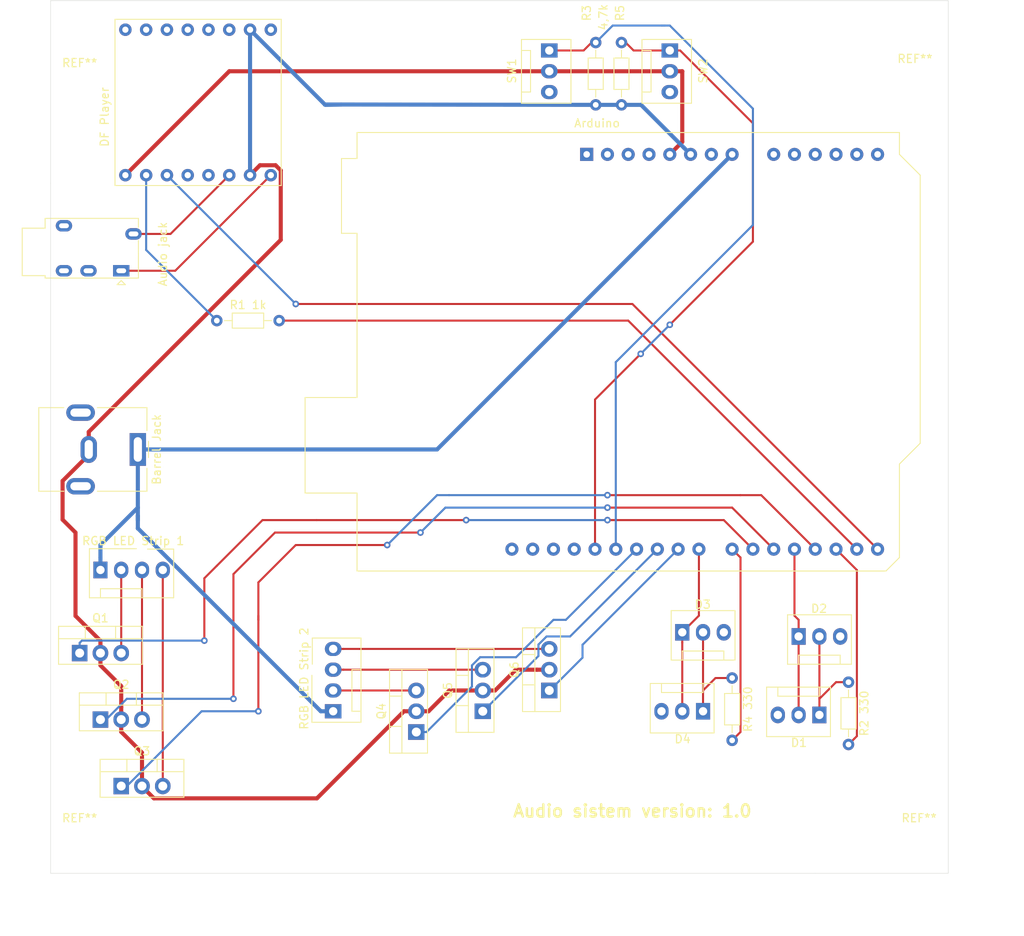
<source format=kicad_pcb>
(kicad_pcb (version 20171130) (host pcbnew "(5.1.5)-3")

  (general
    (thickness 1.6)
    (drawings 12)
    (tracks 211)
    (zones 0)
    (modules 27)
    (nets 53)
  )

  (page A4)
  (layers
    (0 F.Cu signal)
    (31 B.Cu signal)
    (32 B.Adhes user)
    (33 F.Adhes user)
    (34 B.Paste user)
    (35 F.Paste user)
    (36 B.SilkS user)
    (37 F.SilkS user)
    (38 B.Mask user)
    (39 F.Mask user)
    (40 Dwgs.User user)
    (41 Cmts.User user)
    (42 Eco1.User user)
    (43 Eco2.User user)
    (44 Edge.Cuts user)
    (45 Margin user)
    (46 B.CrtYd user)
    (47 F.CrtYd user)
    (48 B.Fab user)
    (49 F.Fab user)
  )

  (setup
    (last_trace_width 0.25)
    (user_trace_width 0.5)
    (trace_clearance 0.2)
    (zone_clearance 0.508)
    (zone_45_only no)
    (trace_min 0.2)
    (via_size 0.8)
    (via_drill 0.4)
    (via_min_size 0.4)
    (via_min_drill 0.3)
    (uvia_size 0.3)
    (uvia_drill 0.1)
    (uvias_allowed no)
    (uvia_min_size 0.2)
    (uvia_min_drill 0.1)
    (edge_width 0.05)
    (segment_width 0.2)
    (pcb_text_width 0.3)
    (pcb_text_size 1.5 1.5)
    (mod_edge_width 0.12)
    (mod_text_size 1 1)
    (mod_text_width 0.15)
    (pad_size 1.524 1.524)
    (pad_drill 0.762)
    (pad_to_mask_clearance 0.05)
    (aux_axis_origin 0 0)
    (visible_elements 7FFFFFFF)
    (pcbplotparams
      (layerselection 0x010fc_ffffffff)
      (usegerberextensions false)
      (usegerberattributes true)
      (usegerberadvancedattributes true)
      (creategerberjobfile true)
      (excludeedgelayer true)
      (linewidth 0.100000)
      (plotframeref false)
      (viasonmask false)
      (mode 1)
      (useauxorigin false)
      (hpglpennumber 1)
      (hpglpenspeed 20)
      (hpglpendiameter 15.000000)
      (psnegative false)
      (psa4output false)
      (plotreference true)
      (plotvalue true)
      (plotinvisibletext false)
      (padsonsilk false)
      (subtractmaskfromsilk false)
      (outputformat 1)
      (mirror false)
      (drillshape 1)
      (scaleselection 1)
      (outputdirectory ""))
  )

  (net 0 "")
  (net 1 "Net-(A1-Pad16)")
  (net 2 "Net-(A1-Pad15)")
  (net 3 "Net-(A1-Pad30)")
  (net 4 "Net-(A1-Pad14)")
  (net 5 "Net-(A1-Pad29)")
  (net 6 "Net-(A1-Pad13)")
  (net 7 "Net-(A1-Pad28)")
  (net 8 "Net-(A1-Pad12)")
  (net 9 "Net-(A1-Pad27)")
  (net 10 "Net-(A1-Pad11)")
  (net 11 "Net-(A1-Pad26)")
  (net 12 "Net-(A1-Pad10)")
  (net 13 "Net-(A1-Pad25)")
  (net 14 "Net-(A1-Pad9)")
  (net 15 "Net-(A1-Pad24)")
  (net 16 +12V)
  (net 17 "Net-(A1-Pad23)")
  (net 18 "Net-(A1-Pad7)")
  (net 19 "Net-(A1-Pad22)")
  (net 20 GNDREF)
  (net 21 "Net-(A1-Pad21)")
  (net 22 +5V)
  (net 23 "Net-(A1-Pad20)")
  (net 24 "Net-(A1-Pad4)")
  (net 25 "Net-(A1-Pad19)")
  (net 26 "Net-(A1-Pad3)")
  (net 27 "Net-(A1-Pad18)")
  (net 28 "Net-(A1-Pad2)")
  (net 29 "Net-(A1-Pad17)")
  (net 30 "Net-(A1-Pad1)")
  (net 31 "Net-(A1-Pad31)")
  (net 32 "Net-(A1-Pad32)")
  (net 33 "Net-(D1-Pad1)")
  (net 34 "Net-(J1-PadT)")
  (net 35 "Net-(J1-PadS)")
  (net 36 "Net-(R1-Pad1)")
  (net 37 "Net-(U1-Pad16)")
  (net 38 "Net-(U1-Pad15)")
  (net 39 "Net-(U1-Pad14)")
  (net 40 "Net-(U1-Pad13)")
  (net 41 "Net-(U1-Pad12)")
  (net 42 "Net-(U1-Pad11)")
  (net 43 "Net-(U1-Pad9)")
  (net 44 "Net-(U1-Pad5)")
  (net 45 "Net-(U1-Pad4)")
  (net 46 "Net-(D3-Pad2)")
  (net 47 "Net-(Q1-Pad3)")
  (net 48 "Net-(Q2-Pad3)")
  (net 49 "Net-(Q3-Pad3)")
  (net 50 "Net-(Q4-Pad3)")
  (net 51 "Net-(Q5-Pad3)")
  (net 52 "Net-(Q6-Pad3)")

  (net_class Default "This is the default net class."
    (clearance 0.2)
    (trace_width 0.25)
    (via_dia 0.8)
    (via_drill 0.4)
    (uvia_dia 0.3)
    (uvia_drill 0.1)
    (add_net +12V)
    (add_net +5V)
    (add_net GNDREF)
    (add_net "Net-(A1-Pad1)")
    (add_net "Net-(A1-Pad10)")
    (add_net "Net-(A1-Pad11)")
    (add_net "Net-(A1-Pad12)")
    (add_net "Net-(A1-Pad13)")
    (add_net "Net-(A1-Pad14)")
    (add_net "Net-(A1-Pad15)")
    (add_net "Net-(A1-Pad16)")
    (add_net "Net-(A1-Pad17)")
    (add_net "Net-(A1-Pad18)")
    (add_net "Net-(A1-Pad19)")
    (add_net "Net-(A1-Pad2)")
    (add_net "Net-(A1-Pad20)")
    (add_net "Net-(A1-Pad21)")
    (add_net "Net-(A1-Pad22)")
    (add_net "Net-(A1-Pad23)")
    (add_net "Net-(A1-Pad24)")
    (add_net "Net-(A1-Pad25)")
    (add_net "Net-(A1-Pad26)")
    (add_net "Net-(A1-Pad27)")
    (add_net "Net-(A1-Pad28)")
    (add_net "Net-(A1-Pad29)")
    (add_net "Net-(A1-Pad3)")
    (add_net "Net-(A1-Pad30)")
    (add_net "Net-(A1-Pad31)")
    (add_net "Net-(A1-Pad32)")
    (add_net "Net-(A1-Pad4)")
    (add_net "Net-(A1-Pad7)")
    (add_net "Net-(A1-Pad9)")
    (add_net "Net-(D1-Pad1)")
    (add_net "Net-(D3-Pad2)")
    (add_net "Net-(J1-PadS)")
    (add_net "Net-(J1-PadT)")
    (add_net "Net-(Q1-Pad3)")
    (add_net "Net-(Q2-Pad3)")
    (add_net "Net-(Q3-Pad3)")
    (add_net "Net-(Q4-Pad3)")
    (add_net "Net-(Q5-Pad3)")
    (add_net "Net-(Q6-Pad3)")
    (add_net "Net-(R1-Pad1)")
    (add_net "Net-(U1-Pad11)")
    (add_net "Net-(U1-Pad12)")
    (add_net "Net-(U1-Pad13)")
    (add_net "Net-(U1-Pad14)")
    (add_net "Net-(U1-Pad15)")
    (add_net "Net-(U1-Pad16)")
    (add_net "Net-(U1-Pad4)")
    (add_net "Net-(U1-Pad5)")
    (add_net "Net-(U1-Pad9)")
  )

  (module MountingHole:MountingHole_2.2mm_M2 (layer F.Cu) (tedit 56D1B4CB) (tstamp 5F34D110)
    (at 50.8 48.26)
    (descr "Mounting Hole 2.2mm, no annular, M2")
    (tags "mounting hole 2.2mm no annular m2")
    (attr virtual)
    (fp_text reference REF** (at 0 4.064) (layer F.SilkS)
      (effects (font (size 1 1) (thickness 0.15)))
    )
    (fp_text value MountingHole_2.2mm_M2 (at 0 3.2) (layer F.Fab)
      (effects (font (size 1 1) (thickness 0.15)))
    )
    (fp_text user %R (at 0.3 0) (layer F.Fab)
      (effects (font (size 1 1) (thickness 0.15)))
    )
    (fp_circle (center 0 0) (end 2.2 0) (layer Cmts.User) (width 0.15))
    (fp_circle (center 0 0) (end 2.45 0) (layer F.CrtYd) (width 0.05))
    (pad 1 np_thru_hole circle (at 0 0) (size 2.2 2.2) (drill 2.2) (layers *.Cu *.Mask))
  )

  (module MountingHole:MountingHole_2.2mm_M2 (layer F.Cu) (tedit 56D1B4CB) (tstamp 5F34D110)
    (at 153.416 48.26)
    (descr "Mounting Hole 2.2mm, no annular, M2")
    (tags "mounting hole 2.2mm no annular m2")
    (attr virtual)
    (fp_text reference REF** (at -0.508 3.556) (layer F.SilkS)
      (effects (font (size 1 1) (thickness 0.15)))
    )
    (fp_text value MountingHole_2.2mm_M2 (at 0 3.2) (layer F.Fab)
      (effects (font (size 1 1) (thickness 0.15)))
    )
    (fp_text user %R (at 0.3 0) (layer F.Fab)
      (effects (font (size 1 1) (thickness 0.15)))
    )
    (fp_circle (center 0 0) (end 2.2 0) (layer Cmts.User) (width 0.15))
    (fp_circle (center 0 0) (end 2.45 0) (layer F.CrtYd) (width 0.05))
    (pad 1 np_thru_hole circle (at 0 0) (size 2.2 2.2) (drill 2.2) (layers *.Cu *.Mask))
  )

  (module MountingHole:MountingHole_2.2mm_M2 (layer F.Cu) (tedit 56D1B4CB) (tstamp 5F34D110)
    (at 153.416 147.828)
    (descr "Mounting Hole 2.2mm, no annular, M2")
    (tags "mounting hole 2.2mm no annular m2")
    (attr virtual)
    (fp_text reference REF** (at 0 -3.2) (layer F.SilkS)
      (effects (font (size 1 1) (thickness 0.15)))
    )
    (fp_text value MountingHole_2.2mm_M2 (at 0 3.2) (layer F.Fab)
      (effects (font (size 1 1) (thickness 0.15)))
    )
    (fp_text user %R (at 0.3 0) (layer F.Fab)
      (effects (font (size 1 1) (thickness 0.15)))
    )
    (fp_circle (center 0 0) (end 2.2 0) (layer Cmts.User) (width 0.15))
    (fp_circle (center 0 0) (end 2.45 0) (layer F.CrtYd) (width 0.05))
    (pad 1 np_thru_hole circle (at 0 0) (size 2.2 2.2) (drill 2.2) (layers *.Cu *.Mask))
  )

  (module MountingHole:MountingHole_2.2mm_M2 (layer F.Cu) (tedit 56D1B4CB) (tstamp 5F34D10F)
    (at 50.8 147.828)
    (descr "Mounting Hole 2.2mm, no annular, M2")
    (tags "mounting hole 2.2mm no annular m2")
    (attr virtual)
    (fp_text reference REF** (at 0 -3.2) (layer F.SilkS)
      (effects (font (size 1 1) (thickness 0.15)))
    )
    (fp_text value MountingHole_2.2mm_M2 (at 0 3.2) (layer F.Fab)
      (effects (font (size 1 1) (thickness 0.15)))
    )
    (fp_circle (center 0 0) (end 2.45 0) (layer F.CrtYd) (width 0.05))
    (fp_circle (center 0 0) (end 2.2 0) (layer Cmts.User) (width 0.15))
    (fp_text user %R (at 0.3 0) (layer F.Fab)
      (effects (font (size 1 1) (thickness 0.15)))
    )
    (pad 1 np_thru_hole circle (at 0 0) (size 2.2 2.2) (drill 2.2) (layers *.Cu *.Mask))
  )

  (module Module:Arduino_UNO_R3 (layer F.Cu) (tedit 58AB60FC) (tstamp 5F343855)
    (at 112.776 63.5)
    (descr "Arduino UNO R3, http://www.mouser.com/pdfdocs/Gravitech_Arduino_Nano3_0.pdf")
    (tags "Arduino UNO R3")
    (path /5F31A11A)
    (fp_text reference Arduino (at 1.27 -3.81 180) (layer F.SilkS)
      (effects (font (size 1 1) (thickness 0.15)))
    )
    (fp_text value Arduino_UNO_R3 (at 0 22.86) (layer F.Fab)
      (effects (font (size 1 1) (thickness 0.15)))
    )
    (fp_line (start -27.94 -2.54) (end 38.1 -2.54) (layer F.Fab) (width 0.1))
    (fp_line (start -27.94 50.8) (end -27.94 -2.54) (layer F.Fab) (width 0.1))
    (fp_line (start 36.58 50.8) (end -27.94 50.8) (layer F.Fab) (width 0.1))
    (fp_line (start 38.1 49.28) (end 36.58 50.8) (layer F.Fab) (width 0.1))
    (fp_line (start 38.1 0) (end 40.64 2.54) (layer F.Fab) (width 0.1))
    (fp_line (start 38.1 -2.54) (end 38.1 0) (layer F.Fab) (width 0.1))
    (fp_line (start 40.64 35.31) (end 38.1 37.85) (layer F.Fab) (width 0.1))
    (fp_line (start 40.64 2.54) (end 40.64 35.31) (layer F.Fab) (width 0.1))
    (fp_line (start 38.1 37.85) (end 38.1 49.28) (layer F.Fab) (width 0.1))
    (fp_line (start -29.84 9.53) (end -29.84 0.64) (layer F.Fab) (width 0.1))
    (fp_line (start -16.51 9.53) (end -29.84 9.53) (layer F.Fab) (width 0.1))
    (fp_line (start -16.51 0.64) (end -16.51 9.53) (layer F.Fab) (width 0.1))
    (fp_line (start -29.84 0.64) (end -16.51 0.64) (layer F.Fab) (width 0.1))
    (fp_line (start -34.29 41.27) (end -34.29 29.84) (layer F.Fab) (width 0.1))
    (fp_line (start -18.41 41.27) (end -34.29 41.27) (layer F.Fab) (width 0.1))
    (fp_line (start -18.41 29.84) (end -18.41 41.27) (layer F.Fab) (width 0.1))
    (fp_line (start -34.29 29.84) (end -18.41 29.84) (layer F.Fab) (width 0.1))
    (fp_line (start 38.23 37.85) (end 40.77 35.31) (layer F.SilkS) (width 0.12))
    (fp_line (start 38.23 49.28) (end 38.23 37.85) (layer F.SilkS) (width 0.12))
    (fp_line (start 36.58 50.93) (end 38.23 49.28) (layer F.SilkS) (width 0.12))
    (fp_line (start -28.07 50.93) (end 36.58 50.93) (layer F.SilkS) (width 0.12))
    (fp_line (start -28.07 41.4) (end -28.07 50.93) (layer F.SilkS) (width 0.12))
    (fp_line (start -34.42 41.4) (end -28.07 41.4) (layer F.SilkS) (width 0.12))
    (fp_line (start -34.42 29.72) (end -34.42 41.4) (layer F.SilkS) (width 0.12))
    (fp_line (start -28.07 29.72) (end -34.42 29.72) (layer F.SilkS) (width 0.12))
    (fp_line (start -28.07 9.65) (end -28.07 29.72) (layer F.SilkS) (width 0.12))
    (fp_line (start -29.97 9.65) (end -28.07 9.65) (layer F.SilkS) (width 0.12))
    (fp_line (start -29.97 0.51) (end -29.97 9.65) (layer F.SilkS) (width 0.12))
    (fp_line (start -28.07 0.51) (end -29.97 0.51) (layer F.SilkS) (width 0.12))
    (fp_line (start -28.07 -2.67) (end -28.07 0.51) (layer F.SilkS) (width 0.12))
    (fp_line (start 38.23 -2.67) (end -28.07 -2.67) (layer F.SilkS) (width 0.12))
    (fp_line (start 38.23 0) (end 38.23 -2.67) (layer F.SilkS) (width 0.12))
    (fp_line (start 40.77 2.54) (end 38.23 0) (layer F.SilkS) (width 0.12))
    (fp_line (start 40.77 35.31) (end 40.77 2.54) (layer F.SilkS) (width 0.12))
    (fp_line (start -28.19 -2.79) (end 38.35 -2.79) (layer F.CrtYd) (width 0.05))
    (fp_line (start -28.19 0.38) (end -28.19 -2.79) (layer F.CrtYd) (width 0.05))
    (fp_line (start -30.1 0.38) (end -28.19 0.38) (layer F.CrtYd) (width 0.05))
    (fp_line (start -30.1 9.78) (end -30.1 0.38) (layer F.CrtYd) (width 0.05))
    (fp_line (start -28.19 9.78) (end -30.1 9.78) (layer F.CrtYd) (width 0.05))
    (fp_line (start -28.19 29.59) (end -28.19 9.78) (layer F.CrtYd) (width 0.05))
    (fp_line (start -34.54 29.59) (end -28.19 29.59) (layer F.CrtYd) (width 0.05))
    (fp_line (start -34.54 41.53) (end -34.54 29.59) (layer F.CrtYd) (width 0.05))
    (fp_line (start -28.19 41.53) (end -34.54 41.53) (layer F.CrtYd) (width 0.05))
    (fp_line (start -28.19 51.05) (end -28.19 41.53) (layer F.CrtYd) (width 0.05))
    (fp_line (start 36.58 51.05) (end -28.19 51.05) (layer F.CrtYd) (width 0.05))
    (fp_line (start 38.35 49.28) (end 36.58 51.05) (layer F.CrtYd) (width 0.05))
    (fp_line (start 38.35 37.85) (end 38.35 49.28) (layer F.CrtYd) (width 0.05))
    (fp_line (start 40.89 35.31) (end 38.35 37.85) (layer F.CrtYd) (width 0.05))
    (fp_line (start 40.89 2.54) (end 40.89 35.31) (layer F.CrtYd) (width 0.05))
    (fp_line (start 38.35 0) (end 40.89 2.54) (layer F.CrtYd) (width 0.05))
    (fp_line (start 38.35 -2.79) (end 38.35 0) (layer F.CrtYd) (width 0.05))
    (fp_text user %R (at 0 20.32 180) (layer F.Fab)
      (effects (font (size 1 1) (thickness 0.15)))
    )
    (pad 16 thru_hole oval (at 33.02 48.26 90) (size 1.6 1.6) (drill 0.8) (layers *.Cu *.Mask)
      (net 1 "Net-(A1-Pad16)"))
    (pad 15 thru_hole oval (at 35.56 48.26 90) (size 1.6 1.6) (drill 0.8) (layers *.Cu *.Mask)
      (net 2 "Net-(A1-Pad15)"))
    (pad 30 thru_hole oval (at -4.06 48.26 90) (size 1.6 1.6) (drill 0.8) (layers *.Cu *.Mask)
      (net 3 "Net-(A1-Pad30)"))
    (pad 14 thru_hole oval (at 35.56 0 90) (size 1.6 1.6) (drill 0.8) (layers *.Cu *.Mask)
      (net 4 "Net-(A1-Pad14)"))
    (pad 29 thru_hole oval (at -1.52 48.26 90) (size 1.6 1.6) (drill 0.8) (layers *.Cu *.Mask)
      (net 5 "Net-(A1-Pad29)"))
    (pad 13 thru_hole oval (at 33.02 0 90) (size 1.6 1.6) (drill 0.8) (layers *.Cu *.Mask)
      (net 6 "Net-(A1-Pad13)"))
    (pad 28 thru_hole oval (at 1.02 48.26 90) (size 1.6 1.6) (drill 0.8) (layers *.Cu *.Mask)
      (net 7 "Net-(A1-Pad28)"))
    (pad 12 thru_hole oval (at 30.48 0 90) (size 1.6 1.6) (drill 0.8) (layers *.Cu *.Mask)
      (net 8 "Net-(A1-Pad12)"))
    (pad 27 thru_hole oval (at 3.56 48.26 90) (size 1.6 1.6) (drill 0.8) (layers *.Cu *.Mask)
      (net 9 "Net-(A1-Pad27)"))
    (pad 11 thru_hole oval (at 27.94 0 90) (size 1.6 1.6) (drill 0.8) (layers *.Cu *.Mask)
      (net 10 "Net-(A1-Pad11)"))
    (pad 26 thru_hole oval (at 6.1 48.26 90) (size 1.6 1.6) (drill 0.8) (layers *.Cu *.Mask)
      (net 11 "Net-(A1-Pad26)"))
    (pad 10 thru_hole oval (at 25.4 0 90) (size 1.6 1.6) (drill 0.8) (layers *.Cu *.Mask)
      (net 12 "Net-(A1-Pad10)"))
    (pad 25 thru_hole oval (at 8.64 48.26 90) (size 1.6 1.6) (drill 0.8) (layers *.Cu *.Mask)
      (net 13 "Net-(A1-Pad25)"))
    (pad 9 thru_hole oval (at 22.86 0 90) (size 1.6 1.6) (drill 0.8) (layers *.Cu *.Mask)
      (net 14 "Net-(A1-Pad9)"))
    (pad 24 thru_hole oval (at 11.18 48.26 90) (size 1.6 1.6) (drill 0.8) (layers *.Cu *.Mask)
      (net 15 "Net-(A1-Pad24)"))
    (pad 8 thru_hole oval (at 17.78 0 90) (size 1.6 1.6) (drill 0.8) (layers *.Cu *.Mask)
      (net 16 +12V))
    (pad 23 thru_hole oval (at 13.72 48.26 90) (size 1.6 1.6) (drill 0.8) (layers *.Cu *.Mask)
      (net 17 "Net-(A1-Pad23)"))
    (pad 7 thru_hole oval (at 15.24 0 90) (size 1.6 1.6) (drill 0.8) (layers *.Cu *.Mask)
      (net 18 "Net-(A1-Pad7)"))
    (pad 22 thru_hole oval (at 17.78 48.26 90) (size 1.6 1.6) (drill 0.8) (layers *.Cu *.Mask)
      (net 19 "Net-(A1-Pad22)"))
    (pad 6 thru_hole oval (at 12.7 0 90) (size 1.6 1.6) (drill 0.8) (layers *.Cu *.Mask)
      (net 20 GNDREF))
    (pad 21 thru_hole oval (at 20.32 48.26 90) (size 1.6 1.6) (drill 0.8) (layers *.Cu *.Mask)
      (net 21 "Net-(A1-Pad21)"))
    (pad 5 thru_hole oval (at 10.16 0 90) (size 1.6 1.6) (drill 0.8) (layers *.Cu *.Mask)
      (net 22 +5V))
    (pad 20 thru_hole oval (at 22.86 48.26 90) (size 1.6 1.6) (drill 0.8) (layers *.Cu *.Mask)
      (net 23 "Net-(A1-Pad20)"))
    (pad 4 thru_hole oval (at 7.62 0 90) (size 1.6 1.6) (drill 0.8) (layers *.Cu *.Mask)
      (net 24 "Net-(A1-Pad4)"))
    (pad 19 thru_hole oval (at 25.4 48.26 90) (size 1.6 1.6) (drill 0.8) (layers *.Cu *.Mask)
      (net 25 "Net-(A1-Pad19)"))
    (pad 3 thru_hole oval (at 5.08 0 90) (size 1.6 1.6) (drill 0.8) (layers *.Cu *.Mask)
      (net 26 "Net-(A1-Pad3)"))
    (pad 18 thru_hole oval (at 27.94 48.26 90) (size 1.6 1.6) (drill 0.8) (layers *.Cu *.Mask)
      (net 27 "Net-(A1-Pad18)"))
    (pad 2 thru_hole oval (at 2.54 0 90) (size 1.6 1.6) (drill 0.8) (layers *.Cu *.Mask)
      (net 28 "Net-(A1-Pad2)"))
    (pad 17 thru_hole oval (at 30.48 48.26 90) (size 1.6 1.6) (drill 0.8) (layers *.Cu *.Mask)
      (net 29 "Net-(A1-Pad17)"))
    (pad 1 thru_hole rect (at 0 0 90) (size 1.6 1.6) (drill 0.8) (layers *.Cu *.Mask)
      (net 30 "Net-(A1-Pad1)"))
    (pad 31 thru_hole oval (at -6.6 48.26 90) (size 1.6 1.6) (drill 0.8) (layers *.Cu *.Mask)
      (net 31 "Net-(A1-Pad31)"))
    (pad 32 thru_hole oval (at -9.14 48.26 90) (size 1.6 1.6) (drill 0.8) (layers *.Cu *.Mask)
      (net 32 "Net-(A1-Pad32)"))
    (model ${KISYS3DMOD}/Module.3dshapes/Arduino_UNO_R3.wrl
      (at (xyz 0 0 0))
      (scale (xyz 1 1 1))
      (rotate (xyz 0 0 0))
    )
  )

  (module Connector:FanPinHeader_1x03_P2.54mm_Vertical (layer F.Cu) (tedit 5A19DCDF) (tstamp 5F343889)
    (at 138.684 122.428)
    (descr "3-pin CPU fan Through hole pin header, see http://www.formfactors.org/developer%5Cspecs%5Crev1_2_public.pdf")
    (tags "pin header 3-pin CPU fan")
    (path /5F362957)
    (fp_text reference D2 (at 2.5 -3.4) (layer F.SilkS)
      (effects (font (size 1 1) (thickness 0.15)))
    )
    (fp_text value LED (at 2.55 4.5) (layer F.Fab)
      (effects (font (size 1 1) (thickness 0.15)))
    )
    (fp_line (start 6.85 -3.05) (end 6.85 3.8) (layer F.CrtYd) (width 0.05))
    (fp_line (start 6.85 -3.05) (end -1.75 -3.05) (layer F.CrtYd) (width 0.05))
    (fp_line (start -1.75 3.8) (end 6.85 3.8) (layer F.CrtYd) (width 0.05))
    (fp_line (start -1.75 3.8) (end -1.75 -3.05) (layer F.CrtYd) (width 0.05))
    (fp_line (start 5.08 2.29) (end 5.08 3.3) (layer F.SilkS) (width 0.12))
    (fp_line (start 0 2.29) (end 5.08 2.29) (layer F.SilkS) (width 0.12))
    (fp_line (start 0 3.3) (end 0 2.29) (layer F.SilkS) (width 0.12))
    (fp_line (start 6.35 3.3) (end -1.25 3.3) (layer F.Fab) (width 0.1))
    (fp_line (start 6.35 -2.55) (end 6.35 3.3) (layer F.Fab) (width 0.1))
    (fp_line (start -1.25 -2.55) (end 6.35 -2.55) (layer F.Fab) (width 0.1))
    (fp_line (start -1.25 3.3) (end -1.25 -2.55) (layer F.Fab) (width 0.1))
    (fp_line (start 0 2.3) (end 0 3.3) (layer F.Fab) (width 0.1))
    (fp_line (start 5.05 2.3) (end 0 2.3) (layer F.Fab) (width 0.1))
    (fp_line (start 5.05 3.3) (end 5.05 2.3) (layer F.Fab) (width 0.1))
    (fp_line (start 6.45 3.4) (end -1.35 3.4) (layer F.SilkS) (width 0.12))
    (fp_line (start 6.45 -2.65) (end 6.45 3.4) (layer F.SilkS) (width 0.12))
    (fp_line (start -1.35 -2.65) (end 6.45 -2.65) (layer F.SilkS) (width 0.12))
    (fp_line (start -1.35 3.4) (end -1.35 -2.65) (layer F.SilkS) (width 0.12))
    (fp_text user %R (at 2.45 1.8) (layer F.Fab)
      (effects (font (size 1 1) (thickness 0.15)))
    )
    (pad 3 thru_hole oval (at 5.08 0 90) (size 2.03 1.73) (drill 1.02) (layers *.Cu *.Mask))
    (pad 2 thru_hole oval (at 2.54 0 90) (size 2.03 1.73) (drill 1.02) (layers *.Cu *.Mask)
      (net 33 "Net-(D1-Pad1)"))
    (pad 1 thru_hole rect (at 0 0 90) (size 2.03 1.73) (drill 1.02) (layers *.Cu *.Mask)
      (net 25 "Net-(A1-Pad19)"))
    (model ${KISYS3DMOD}/Connector.3dshapes/FanPinHeader_1x03_P2.54mm_Vertical.wrl
      (at (xyz 0 0 0))
      (scale (xyz 1 1 1))
      (rotate (xyz 0 0 0))
    )
  )

  (module pcb1:DFPlayerMini (layer F.Cu) (tedit 5F31B4AD) (tstamp 5F34AB74)
    (at 66.548 58.42 90)
    (path /5F31DE61)
    (fp_text reference "DF Player" (at -0.508 -12.7 90) (layer F.SilkS)
      (effects (font (size 1 1) (thickness 0.15)))
    )
    (fp_text value DF_Player (at 0 -0.5 90) (layer F.Fab)
      (effects (font (size 1 1) (thickness 0.15)))
    )
    (fp_line (start 11.43 8.89) (end 11.43 -11.43) (layer F.SilkS) (width 0.12))
    (fp_line (start -8.89 8.89) (end 11.43 8.89) (layer F.SilkS) (width 0.12))
    (fp_line (start -8.89 -11.43) (end -8.89 8.89) (layer F.SilkS) (width 0.12))
    (fp_line (start 11.43 -11.43) (end -8.89 -11.43) (layer F.SilkS) (width 0.12))
    (pad 16 thru_hole circle (at 10.16 -10.16 90) (size 1.524 1.524) (drill 0.762) (layers *.Cu *.Mask)
      (net 37 "Net-(U1-Pad16)"))
    (pad 15 thru_hole circle (at 10.16 -7.62 90) (size 1.524 1.524) (drill 0.762) (layers *.Cu *.Mask)
      (net 38 "Net-(U1-Pad15)"))
    (pad 14 thru_hole circle (at 10.16 -5.08 90) (size 1.524 1.524) (drill 0.762) (layers *.Cu *.Mask)
      (net 39 "Net-(U1-Pad14)"))
    (pad 13 thru_hole circle (at 10.16 -2.54 90) (size 1.524 1.524) (drill 0.762) (layers *.Cu *.Mask)
      (net 40 "Net-(U1-Pad13)"))
    (pad 12 thru_hole circle (at 10.16 0 90) (size 1.524 1.524) (drill 0.762) (layers *.Cu *.Mask)
      (net 41 "Net-(U1-Pad12)"))
    (pad 11 thru_hole circle (at 10.16 2.54 90) (size 1.524 1.524) (drill 0.762) (layers *.Cu *.Mask)
      (net 42 "Net-(U1-Pad11)"))
    (pad 10 thru_hole circle (at 10.16 5.08 90) (size 1.524 1.524) (drill 0.762) (layers *.Cu *.Mask)
      (net 20 GNDREF))
    (pad 9 thru_hole circle (at 10.16 7.62 90) (size 1.524 1.524) (drill 0.762) (layers *.Cu *.Mask)
      (net 43 "Net-(U1-Pad9)"))
    (pad 8 thru_hole circle (at -7.62 7.62 90) (size 1.524 1.524) (drill 0.762) (layers *.Cu *.Mask)
      (net 34 "Net-(J1-PadT)"))
    (pad 7 thru_hole circle (at -7.62 5.08 90) (size 1.524 1.524) (drill 0.762) (layers *.Cu *.Mask)
      (net 20 GNDREF))
    (pad 6 thru_hole circle (at -7.62 2.54 90) (size 1.524 1.524) (drill 0.762) (layers *.Cu *.Mask)
      (net 35 "Net-(J1-PadS)"))
    (pad 5 thru_hole circle (at -7.62 0 90) (size 1.524 1.524) (drill 0.762) (layers *.Cu *.Mask)
      (net 44 "Net-(U1-Pad5)"))
    (pad 4 thru_hole circle (at -7.62 -2.54 90) (size 1.524 1.524) (drill 0.762) (layers *.Cu *.Mask)
      (net 45 "Net-(U1-Pad4)"))
    (pad 3 thru_hole circle (at -7.62 -5.08 90) (size 1.524 1.524) (drill 0.762) (layers *.Cu *.Mask)
      (net 2 "Net-(A1-Pad15)"))
    (pad 2 thru_hole circle (at -7.62 -7.62 90) (size 1.524 1.524) (drill 0.762) (layers *.Cu *.Mask)
      (net 36 "Net-(R1-Pad1)"))
    (pad 1 thru_hole circle (at -7.62 -10.16 90) (size 1.524 1.524) (drill 0.762) (layers *.Cu *.Mask)
      (net 22 +5V))
  )

  (module Connector:FanPinHeader_1x04_P2.54mm_Vertical (layer F.Cu) (tedit 5A19DE55) (tstamp 5F343A81)
    (at 81.788 131.572 90)
    (descr "4-pin CPU fan Through hole pin header, e.g. for Wieson part number 2366C888-007 Molex 47053-1000, Foxconn HF27040-M1, Tyco 1470947-1 or equivalent, see http://www.formfactors.org/developer%5Cspecs%5Crev1_2_public.pdf")
    (tags "pin header 4-pin CPU fan")
    (path /5F49BD34)
    (fp_text reference "RGB LED Strip 2" (at 4 -3.55 90) (layer F.SilkS)
      (effects (font (size 1 1) (thickness 0.15)))
    )
    (fp_text value RGB_LED_STRIP-My_Library (at 4.05 4.35 90) (layer F.Fab)
      (effects (font (size 1 1) (thickness 0.15)))
    )
    (fp_line (start 9.35 -3.2) (end 9.35 3.8) (layer F.CrtYd) (width 0.05))
    (fp_line (start 9.35 -3.2) (end -1.75 -3.2) (layer F.CrtYd) (width 0.05))
    (fp_line (start -1.75 3.8) (end 9.35 3.8) (layer F.CrtYd) (width 0.05))
    (fp_line (start -1.75 3.8) (end -1.75 -3.2) (layer F.CrtYd) (width 0.05))
    (fp_line (start 5.08 2.29) (end 5.08 3.3) (layer F.SilkS) (width 0.12))
    (fp_line (start 0 2.29) (end 5.08 2.29) (layer F.SilkS) (width 0.12))
    (fp_line (start 0 3.3) (end 0 2.29) (layer F.SilkS) (width 0.12))
    (fp_line (start -1.25 -2.5) (end 4.4 -2.5) (layer F.Fab) (width 0.1))
    (fp_line (start -1.25 3.3) (end -1.25 -2.5) (layer F.Fab) (width 0.1))
    (fp_line (start -1.2 3.3) (end -1.25 3.3) (layer F.Fab) (width 0.1))
    (fp_line (start 8.85 3.3) (end -1.2 3.3) (layer F.Fab) (width 0.1))
    (fp_line (start 8.85 -2.5) (end 8.85 3.3) (layer F.Fab) (width 0.1))
    (fp_line (start 5.75 -2.5) (end 8.85 -2.5) (layer F.Fab) (width 0.1))
    (fp_line (start 0 2.3) (end 0 3.3) (layer F.Fab) (width 0.1))
    (fp_line (start 5.1 2.3) (end 0 2.3) (layer F.Fab) (width 0.1))
    (fp_line (start 5.1 3.3) (end 5.1 2.3) (layer F.Fab) (width 0.1))
    (fp_line (start -1.35 3.4) (end -1.35 -2.6) (layer F.SilkS) (width 0.12))
    (fp_line (start 8.95 3.4) (end -1.35 3.4) (layer F.SilkS) (width 0.12))
    (fp_line (start 8.95 -2.55) (end 8.95 3.4) (layer F.SilkS) (width 0.12))
    (fp_line (start 5.75 -2.55) (end 8.95 -2.55) (layer F.SilkS) (width 0.12))
    (fp_line (start -1.35 -2.6) (end 4.4 -2.6) (layer F.SilkS) (width 0.12))
    (fp_text user %R (at 1.85 -1.75 90) (layer F.Fab)
      (effects (font (size 1 1) (thickness 0.15)))
    )
    (pad "" np_thru_hole circle (at 5.08 -2.16 180) (size 1.1 1.1) (drill 1.1) (layers *.Cu *.Mask))
    (pad 4 thru_hole oval (at 7.62 0 180) (size 2.03 1.73) (drill 1.02) (layers *.Cu *.Mask)
      (net 52 "Net-(Q6-Pad3)"))
    (pad 3 thru_hole oval (at 5.08 0 180) (size 2.03 1.73) (drill 1.02) (layers *.Cu *.Mask)
      (net 51 "Net-(Q5-Pad3)"))
    (pad 2 thru_hole oval (at 2.54 0 180) (size 2.03 1.73) (drill 1.02) (layers *.Cu *.Mask)
      (net 50 "Net-(Q4-Pad3)"))
    (pad 1 thru_hole rect (at 0 0 180) (size 2.03 1.73) (drill 1.02) (layers *.Cu *.Mask)
      (net 16 +12V))
    (model ${KISYS3DMOD}/Connector.3dshapes/FanPinHeader_1x04_P2.54mm_Vertical.wrl
      (at (xyz 0 0 0))
      (scale (xyz 1 1 1))
      (rotate (xyz 0 0 0))
    )
  )

  (module Connector:FanPinHeader_1x04_P2.54mm_Vertical (layer F.Cu) (tedit 5A19DE55) (tstamp 5F343A62)
    (at 53.34 114.3)
    (descr "4-pin CPU fan Through hole pin header, e.g. for Wieson part number 2366C888-007 Molex 47053-1000, Foxconn HF27040-M1, Tyco 1470947-1 or equivalent, see http://www.formfactors.org/developer%5Cspecs%5Crev1_2_public.pdf")
    (tags "pin header 4-pin CPU fan")
    (path /5F383814)
    (fp_text reference "RGB LED Strip 1" (at 4 -3.55) (layer F.SilkS)
      (effects (font (size 1 1) (thickness 0.15)))
    )
    (fp_text value RGB_LED_STRIP-My_Library (at 4.05 4.35) (layer F.Fab)
      (effects (font (size 1 1) (thickness 0.15)))
    )
    (fp_line (start 9.35 -3.2) (end 9.35 3.8) (layer F.CrtYd) (width 0.05))
    (fp_line (start 9.35 -3.2) (end -1.75 -3.2) (layer F.CrtYd) (width 0.05))
    (fp_line (start -1.75 3.8) (end 9.35 3.8) (layer F.CrtYd) (width 0.05))
    (fp_line (start -1.75 3.8) (end -1.75 -3.2) (layer F.CrtYd) (width 0.05))
    (fp_line (start 5.08 2.29) (end 5.08 3.3) (layer F.SilkS) (width 0.12))
    (fp_line (start 0 2.29) (end 5.08 2.29) (layer F.SilkS) (width 0.12))
    (fp_line (start 0 3.3) (end 0 2.29) (layer F.SilkS) (width 0.12))
    (fp_line (start -1.25 -2.5) (end 4.4 -2.5) (layer F.Fab) (width 0.1))
    (fp_line (start -1.25 3.3) (end -1.25 -2.5) (layer F.Fab) (width 0.1))
    (fp_line (start -1.2 3.3) (end -1.25 3.3) (layer F.Fab) (width 0.1))
    (fp_line (start 8.85 3.3) (end -1.2 3.3) (layer F.Fab) (width 0.1))
    (fp_line (start 8.85 -2.5) (end 8.85 3.3) (layer F.Fab) (width 0.1))
    (fp_line (start 5.75 -2.5) (end 8.85 -2.5) (layer F.Fab) (width 0.1))
    (fp_line (start 0 2.3) (end 0 3.3) (layer F.Fab) (width 0.1))
    (fp_line (start 5.1 2.3) (end 0 2.3) (layer F.Fab) (width 0.1))
    (fp_line (start 5.1 3.3) (end 5.1 2.3) (layer F.Fab) (width 0.1))
    (fp_line (start -1.35 3.4) (end -1.35 -2.6) (layer F.SilkS) (width 0.12))
    (fp_line (start 8.95 3.4) (end -1.35 3.4) (layer F.SilkS) (width 0.12))
    (fp_line (start 8.95 -2.55) (end 8.95 3.4) (layer F.SilkS) (width 0.12))
    (fp_line (start 5.75 -2.55) (end 8.95 -2.55) (layer F.SilkS) (width 0.12))
    (fp_line (start -1.35 -2.6) (end 4.4 -2.6) (layer F.SilkS) (width 0.12))
    (fp_text user %R (at 1.85 -1.75) (layer F.Fab)
      (effects (font (size 1 1) (thickness 0.15)))
    )
    (pad "" np_thru_hole circle (at 5.08 -2.16 90) (size 1.1 1.1) (drill 1.1) (layers *.Cu *.Mask))
    (pad 4 thru_hole oval (at 7.62 0 90) (size 2.03 1.73) (drill 1.02) (layers *.Cu *.Mask)
      (net 49 "Net-(Q3-Pad3)"))
    (pad 3 thru_hole oval (at 5.08 0 90) (size 2.03 1.73) (drill 1.02) (layers *.Cu *.Mask)
      (net 48 "Net-(Q2-Pad3)"))
    (pad 2 thru_hole oval (at 2.54 0 90) (size 2.03 1.73) (drill 1.02) (layers *.Cu *.Mask)
      (net 47 "Net-(Q1-Pad3)"))
    (pad 1 thru_hole rect (at 0 0 90) (size 2.03 1.73) (drill 1.02) (layers *.Cu *.Mask)
      (net 16 +12V))
    (model ${KISYS3DMOD}/Connector.3dshapes/FanPinHeader_1x04_P2.54mm_Vertical.wrl
      (at (xyz 0 0 0))
      (scale (xyz 1 1 1))
      (rotate (xyz 0 0 0))
    )
  )

  (module Connector:FanPinHeader_1x03_P2.54mm_Vertical (layer F.Cu) (tedit 5A19DCDF) (tstamp 5F343A43)
    (at 122.936 50.8 270)
    (descr "3-pin CPU fan Through hole pin header, see http://www.formfactors.org/developer%5Cspecs%5Crev1_2_public.pdf")
    (tags "pin header 3-pin CPU fan")
    (path /5F39C8F2)
    (fp_text reference SW2 (at 2.5 -4.064 90) (layer F.SilkS)
      (effects (font (size 1 1) (thickness 0.15)))
    )
    (fp_text value SW_Push (at 2.55 4.5 90) (layer F.Fab)
      (effects (font (size 1 1) (thickness 0.15)))
    )
    (fp_line (start 6.85 -3.05) (end 6.85 3.8) (layer F.CrtYd) (width 0.05))
    (fp_line (start 6.85 -3.05) (end -1.75 -3.05) (layer F.CrtYd) (width 0.05))
    (fp_line (start -1.75 3.8) (end 6.85 3.8) (layer F.CrtYd) (width 0.05))
    (fp_line (start -1.75 3.8) (end -1.75 -3.05) (layer F.CrtYd) (width 0.05))
    (fp_line (start 5.08 2.29) (end 5.08 3.3) (layer F.SilkS) (width 0.12))
    (fp_line (start 0 2.29) (end 5.08 2.29) (layer F.SilkS) (width 0.12))
    (fp_line (start 0 3.3) (end 0 2.29) (layer F.SilkS) (width 0.12))
    (fp_line (start 6.35 3.3) (end -1.25 3.3) (layer F.Fab) (width 0.1))
    (fp_line (start 6.35 -2.55) (end 6.35 3.3) (layer F.Fab) (width 0.1))
    (fp_line (start -1.25 -2.55) (end 6.35 -2.55) (layer F.Fab) (width 0.1))
    (fp_line (start -1.25 3.3) (end -1.25 -2.55) (layer F.Fab) (width 0.1))
    (fp_line (start 0 2.3) (end 0 3.3) (layer F.Fab) (width 0.1))
    (fp_line (start 5.05 2.3) (end 0 2.3) (layer F.Fab) (width 0.1))
    (fp_line (start 5.05 3.3) (end 5.05 2.3) (layer F.Fab) (width 0.1))
    (fp_line (start 6.45 3.4) (end -1.35 3.4) (layer F.SilkS) (width 0.12))
    (fp_line (start 6.45 -2.65) (end 6.45 3.4) (layer F.SilkS) (width 0.12))
    (fp_line (start -1.35 -2.65) (end 6.45 -2.65) (layer F.SilkS) (width 0.12))
    (fp_line (start -1.35 3.4) (end -1.35 -2.65) (layer F.SilkS) (width 0.12))
    (fp_text user %R (at 2.45 1.8 90) (layer F.Fab)
      (effects (font (size 1 1) (thickness 0.15)))
    )
    (pad 3 thru_hole oval (at 5.08 0) (size 2.03 1.73) (drill 1.02) (layers *.Cu *.Mask))
    (pad 2 thru_hole oval (at 2.54 0) (size 2.03 1.73) (drill 1.02) (layers *.Cu *.Mask)
      (net 22 +5V))
    (pad 1 thru_hole rect (at 0 0) (size 2.03 1.73) (drill 1.02) (layers *.Cu *.Mask)
      (net 7 "Net-(A1-Pad28)"))
    (model ${KISYS3DMOD}/Connector.3dshapes/FanPinHeader_1x03_P2.54mm_Vertical.wrl
      (at (xyz 0 0 0))
      (scale (xyz 1 1 1))
      (rotate (xyz 0 0 0))
    )
  )

  (module Connector:FanPinHeader_1x03_P2.54mm_Vertical (layer F.Cu) (tedit 5A19DCDF) (tstamp 5F343A29)
    (at 108.204 50.8 270)
    (descr "3-pin CPU fan Through hole pin header, see http://www.formfactors.org/developer%5Cspecs%5Crev1_2_public.pdf")
    (tags "pin header 3-pin CPU fan")
    (path /5F35F458)
    (fp_text reference SW1 (at 2.5 4.572 90) (layer F.SilkS)
      (effects (font (size 1 1) (thickness 0.15)))
    )
    (fp_text value SW_Push (at 2.55 4.5 90) (layer F.Fab)
      (effects (font (size 1 1) (thickness 0.15)))
    )
    (fp_line (start 6.85 -3.05) (end 6.85 3.8) (layer F.CrtYd) (width 0.05))
    (fp_line (start 6.85 -3.05) (end -1.75 -3.05) (layer F.CrtYd) (width 0.05))
    (fp_line (start -1.75 3.8) (end 6.85 3.8) (layer F.CrtYd) (width 0.05))
    (fp_line (start -1.75 3.8) (end -1.75 -3.05) (layer F.CrtYd) (width 0.05))
    (fp_line (start 5.08 2.29) (end 5.08 3.3) (layer F.SilkS) (width 0.12))
    (fp_line (start 0 2.29) (end 5.08 2.29) (layer F.SilkS) (width 0.12))
    (fp_line (start 0 3.3) (end 0 2.29) (layer F.SilkS) (width 0.12))
    (fp_line (start 6.35 3.3) (end -1.25 3.3) (layer F.Fab) (width 0.1))
    (fp_line (start 6.35 -2.55) (end 6.35 3.3) (layer F.Fab) (width 0.1))
    (fp_line (start -1.25 -2.55) (end 6.35 -2.55) (layer F.Fab) (width 0.1))
    (fp_line (start -1.25 3.3) (end -1.25 -2.55) (layer F.Fab) (width 0.1))
    (fp_line (start 0 2.3) (end 0 3.3) (layer F.Fab) (width 0.1))
    (fp_line (start 5.05 2.3) (end 0 2.3) (layer F.Fab) (width 0.1))
    (fp_line (start 5.05 3.3) (end 5.05 2.3) (layer F.Fab) (width 0.1))
    (fp_line (start 6.45 3.4) (end -1.35 3.4) (layer F.SilkS) (width 0.12))
    (fp_line (start 6.45 -2.65) (end 6.45 3.4) (layer F.SilkS) (width 0.12))
    (fp_line (start -1.35 -2.65) (end 6.45 -2.65) (layer F.SilkS) (width 0.12))
    (fp_line (start -1.35 3.4) (end -1.35 -2.65) (layer F.SilkS) (width 0.12))
    (fp_text user %R (at 2.45 1.8 90) (layer F.Fab)
      (effects (font (size 1 1) (thickness 0.15)))
    )
    (pad 3 thru_hole oval (at 5.08 0) (size 2.03 1.73) (drill 1.02) (layers *.Cu *.Mask))
    (pad 2 thru_hole oval (at 2.54 0) (size 2.03 1.73) (drill 1.02) (layers *.Cu *.Mask)
      (net 22 +5V))
    (pad 1 thru_hole rect (at 0 0) (size 2.03 1.73) (drill 1.02) (layers *.Cu *.Mask)
      (net 9 "Net-(A1-Pad27)"))
    (model ${KISYS3DMOD}/Connector.3dshapes/FanPinHeader_1x03_P2.54mm_Vertical.wrl
      (at (xyz 0 0 0))
      (scale (xyz 1 1 1))
      (rotate (xyz 0 0 0))
    )
  )

  (module Resistor_THT:R_Axial_DIN0204_L3.6mm_D1.6mm_P7.62mm_Horizontal (layer F.Cu) (tedit 5AE5139B) (tstamp 5F343A0F)
    (at 117.03 49.828 270)
    (descr "Resistor, Axial_DIN0204 series, Axial, Horizontal, pin pitch=7.62mm, 0.167W, length*diameter=3.6*1.6mm^2, http://cdn-reichelt.de/documents/datenblatt/B400/1_4W%23YAG.pdf")
    (tags "Resistor Axial_DIN0204 series Axial Horizontal pin pitch 7.62mm 0.167W length 3.6mm diameter 1.6mm")
    (path /5F39C8DF)
    (fp_text reference R5 (at -3.6 0.19 90) (layer F.SilkS)
      (effects (font (size 1 1) (thickness 0.15)))
    )
    (fp_text value 4.7k (at 3.81 1.92 90) (layer F.Fab)
      (effects (font (size 1 1) (thickness 0.15)))
    )
    (fp_text user %R (at 3.81 0 90) (layer F.Fab)
      (effects (font (size 0.72 0.72) (thickness 0.108)))
    )
    (fp_line (start 8.57 -1.05) (end -0.95 -1.05) (layer F.CrtYd) (width 0.05))
    (fp_line (start 8.57 1.05) (end 8.57 -1.05) (layer F.CrtYd) (width 0.05))
    (fp_line (start -0.95 1.05) (end 8.57 1.05) (layer F.CrtYd) (width 0.05))
    (fp_line (start -0.95 -1.05) (end -0.95 1.05) (layer F.CrtYd) (width 0.05))
    (fp_line (start 6.68 0) (end 5.73 0) (layer F.SilkS) (width 0.12))
    (fp_line (start 0.94 0) (end 1.89 0) (layer F.SilkS) (width 0.12))
    (fp_line (start 5.73 -0.92) (end 1.89 -0.92) (layer F.SilkS) (width 0.12))
    (fp_line (start 5.73 0.92) (end 5.73 -0.92) (layer F.SilkS) (width 0.12))
    (fp_line (start 1.89 0.92) (end 5.73 0.92) (layer F.SilkS) (width 0.12))
    (fp_line (start 1.89 -0.92) (end 1.89 0.92) (layer F.SilkS) (width 0.12))
    (fp_line (start 7.62 0) (end 5.61 0) (layer F.Fab) (width 0.1))
    (fp_line (start 0 0) (end 2.01 0) (layer F.Fab) (width 0.1))
    (fp_line (start 5.61 -0.8) (end 2.01 -0.8) (layer F.Fab) (width 0.1))
    (fp_line (start 5.61 0.8) (end 5.61 -0.8) (layer F.Fab) (width 0.1))
    (fp_line (start 2.01 0.8) (end 5.61 0.8) (layer F.Fab) (width 0.1))
    (fp_line (start 2.01 -0.8) (end 2.01 0.8) (layer F.Fab) (width 0.1))
    (pad 2 thru_hole oval (at 7.62 0 270) (size 1.4 1.4) (drill 0.7) (layers *.Cu *.Mask)
      (net 20 GNDREF))
    (pad 1 thru_hole circle (at 0 0 270) (size 1.4 1.4) (drill 0.7) (layers *.Cu *.Mask)
      (net 7 "Net-(A1-Pad28)"))
    (model ${KISYS3DMOD}/Resistor_THT.3dshapes/R_Axial_DIN0204_L3.6mm_D1.6mm_P7.62mm_Horizontal.wrl
      (at (xyz 0 0 0))
      (scale (xyz 1 1 1))
      (rotate (xyz 0 0 0))
    )
  )

  (module Resistor_THT:R_Axial_DIN0204_L3.6mm_D1.6mm_P7.62mm_Horizontal (layer F.Cu) (tedit 5AE5139B) (tstamp 5F3439F8)
    (at 130.556 127.508 270)
    (descr "Resistor, Axial_DIN0204 series, Axial, Horizontal, pin pitch=7.62mm, 0.167W, length*diameter=3.6*1.6mm^2, http://cdn-reichelt.de/documents/datenblatt/B400/1_4W%23YAG.pdf")
    (tags "Resistor Axial_DIN0204 series Axial Horizontal pin pitch 7.62mm 0.167W length 3.6mm diameter 1.6mm")
    (path /5F3A63B1)
    (fp_text reference "R4 330" (at 3.81 -1.92 90) (layer F.SilkS)
      (effects (font (size 1 1) (thickness 0.15)))
    )
    (fp_text value 330 (at 3.81 1.92 90) (layer F.Fab)
      (effects (font (size 1 1) (thickness 0.15)))
    )
    (fp_text user %R (at 3.81 0 90) (layer F.Fab)
      (effects (font (size 0.72 0.72) (thickness 0.108)))
    )
    (fp_line (start 8.57 -1.05) (end -0.95 -1.05) (layer F.CrtYd) (width 0.05))
    (fp_line (start 8.57 1.05) (end 8.57 -1.05) (layer F.CrtYd) (width 0.05))
    (fp_line (start -0.95 1.05) (end 8.57 1.05) (layer F.CrtYd) (width 0.05))
    (fp_line (start -0.95 -1.05) (end -0.95 1.05) (layer F.CrtYd) (width 0.05))
    (fp_line (start 6.68 0) (end 5.73 0) (layer F.SilkS) (width 0.12))
    (fp_line (start 0.94 0) (end 1.89 0) (layer F.SilkS) (width 0.12))
    (fp_line (start 5.73 -0.92) (end 1.89 -0.92) (layer F.SilkS) (width 0.12))
    (fp_line (start 5.73 0.92) (end 5.73 -0.92) (layer F.SilkS) (width 0.12))
    (fp_line (start 1.89 0.92) (end 5.73 0.92) (layer F.SilkS) (width 0.12))
    (fp_line (start 1.89 -0.92) (end 1.89 0.92) (layer F.SilkS) (width 0.12))
    (fp_line (start 7.62 0) (end 5.61 0) (layer F.Fab) (width 0.1))
    (fp_line (start 0 0) (end 2.01 0) (layer F.Fab) (width 0.1))
    (fp_line (start 5.61 -0.8) (end 2.01 -0.8) (layer F.Fab) (width 0.1))
    (fp_line (start 5.61 0.8) (end 5.61 -0.8) (layer F.Fab) (width 0.1))
    (fp_line (start 2.01 0.8) (end 5.61 0.8) (layer F.Fab) (width 0.1))
    (fp_line (start 2.01 -0.8) (end 2.01 0.8) (layer F.Fab) (width 0.1))
    (pad 2 thru_hole oval (at 7.62 0 270) (size 1.4 1.4) (drill 0.7) (layers *.Cu *.Mask)
      (net 19 "Net-(A1-Pad22)"))
    (pad 1 thru_hole circle (at 0 0 270) (size 1.4 1.4) (drill 0.7) (layers *.Cu *.Mask)
      (net 46 "Net-(D3-Pad2)"))
    (model ${KISYS3DMOD}/Resistor_THT.3dshapes/R_Axial_DIN0204_L3.6mm_D1.6mm_P7.62mm_Horizontal.wrl
      (at (xyz 0 0 0))
      (scale (xyz 1 1 1))
      (rotate (xyz 0 0 0))
    )
  )

  (module Resistor_THT:R_Axial_DIN0204_L3.6mm_D1.6mm_P7.62mm_Horizontal (layer F.Cu) (tedit 5AE5139B) (tstamp 5F3439E1)
    (at 113.88 49.828 270)
    (descr "Resistor, Axial_DIN0204 series, Axial, Horizontal, pin pitch=7.62mm, 0.167W, length*diameter=3.6*1.6mm^2, http://cdn-reichelt.de/documents/datenblatt/B400/1_4W%23YAG.pdf")
    (tags "Resistor Axial_DIN0204 series Axial Horizontal pin pitch 7.62mm 0.167W length 3.6mm diameter 1.6mm")
    (path /5F31CE82)
    (fp_text reference R3 (at -3.6 1.104 90) (layer F.SilkS)
      (effects (font (size 1 1) (thickness 0.15)))
    )
    (fp_text value 4.7k (at 3.81 1.92 90) (layer F.Fab)
      (effects (font (size 1 1) (thickness 0.15)))
    )
    (fp_text user %R (at 3.81 0 90) (layer F.Fab)
      (effects (font (size 0.72 0.72) (thickness 0.108)))
    )
    (fp_line (start 8.57 -1.05) (end -0.95 -1.05) (layer F.CrtYd) (width 0.05))
    (fp_line (start 8.57 1.05) (end 8.57 -1.05) (layer F.CrtYd) (width 0.05))
    (fp_line (start -0.95 1.05) (end 8.57 1.05) (layer F.CrtYd) (width 0.05))
    (fp_line (start -0.95 -1.05) (end -0.95 1.05) (layer F.CrtYd) (width 0.05))
    (fp_line (start 6.68 0) (end 5.73 0) (layer F.SilkS) (width 0.12))
    (fp_line (start 0.94 0) (end 1.89 0) (layer F.SilkS) (width 0.12))
    (fp_line (start 5.73 -0.92) (end 1.89 -0.92) (layer F.SilkS) (width 0.12))
    (fp_line (start 5.73 0.92) (end 5.73 -0.92) (layer F.SilkS) (width 0.12))
    (fp_line (start 1.89 0.92) (end 5.73 0.92) (layer F.SilkS) (width 0.12))
    (fp_line (start 1.89 -0.92) (end 1.89 0.92) (layer F.SilkS) (width 0.12))
    (fp_line (start 7.62 0) (end 5.61 0) (layer F.Fab) (width 0.1))
    (fp_line (start 0 0) (end 2.01 0) (layer F.Fab) (width 0.1))
    (fp_line (start 5.61 -0.8) (end 2.01 -0.8) (layer F.Fab) (width 0.1))
    (fp_line (start 5.61 0.8) (end 5.61 -0.8) (layer F.Fab) (width 0.1))
    (fp_line (start 2.01 0.8) (end 5.61 0.8) (layer F.Fab) (width 0.1))
    (fp_line (start 2.01 -0.8) (end 2.01 0.8) (layer F.Fab) (width 0.1))
    (pad 2 thru_hole oval (at 7.62 0 270) (size 1.4 1.4) (drill 0.7) (layers *.Cu *.Mask)
      (net 20 GNDREF))
    (pad 1 thru_hole circle (at 0 0 270) (size 1.4 1.4) (drill 0.7) (layers *.Cu *.Mask)
      (net 9 "Net-(A1-Pad27)"))
    (model ${KISYS3DMOD}/Resistor_THT.3dshapes/R_Axial_DIN0204_L3.6mm_D1.6mm_P7.62mm_Horizontal.wrl
      (at (xyz 0 0 0))
      (scale (xyz 1 1 1))
      (rotate (xyz 0 0 0))
    )
  )

  (module Resistor_THT:R_Axial_DIN0204_L3.6mm_D1.6mm_P7.62mm_Horizontal (layer F.Cu) (tedit 5AE5139B) (tstamp 5F3439CA)
    (at 144.78 128.016 270)
    (descr "Resistor, Axial_DIN0204 series, Axial, Horizontal, pin pitch=7.62mm, 0.167W, length*diameter=3.6*1.6mm^2, http://cdn-reichelt.de/documents/datenblatt/B400/1_4W%23YAG.pdf")
    (tags "Resistor Axial_DIN0204 series Axial Horizontal pin pitch 7.62mm 0.167W length 3.6mm diameter 1.6mm")
    (path /5F366658)
    (fp_text reference "R2 330" (at 3.81 -1.92 90) (layer F.SilkS)
      (effects (font (size 1 1) (thickness 0.15)))
    )
    (fp_text value 330 (at 3.81 1.92 90) (layer F.Fab)
      (effects (font (size 1 1) (thickness 0.15)))
    )
    (fp_text user %R (at 3.81 0 90) (layer F.Fab)
      (effects (font (size 0.72 0.72) (thickness 0.108)))
    )
    (fp_line (start 8.57 -1.05) (end -0.95 -1.05) (layer F.CrtYd) (width 0.05))
    (fp_line (start 8.57 1.05) (end 8.57 -1.05) (layer F.CrtYd) (width 0.05))
    (fp_line (start -0.95 1.05) (end 8.57 1.05) (layer F.CrtYd) (width 0.05))
    (fp_line (start -0.95 -1.05) (end -0.95 1.05) (layer F.CrtYd) (width 0.05))
    (fp_line (start 6.68 0) (end 5.73 0) (layer F.SilkS) (width 0.12))
    (fp_line (start 0.94 0) (end 1.89 0) (layer F.SilkS) (width 0.12))
    (fp_line (start 5.73 -0.92) (end 1.89 -0.92) (layer F.SilkS) (width 0.12))
    (fp_line (start 5.73 0.92) (end 5.73 -0.92) (layer F.SilkS) (width 0.12))
    (fp_line (start 1.89 0.92) (end 5.73 0.92) (layer F.SilkS) (width 0.12))
    (fp_line (start 1.89 -0.92) (end 1.89 0.92) (layer F.SilkS) (width 0.12))
    (fp_line (start 7.62 0) (end 5.61 0) (layer F.Fab) (width 0.1))
    (fp_line (start 0 0) (end 2.01 0) (layer F.Fab) (width 0.1))
    (fp_line (start 5.61 -0.8) (end 2.01 -0.8) (layer F.Fab) (width 0.1))
    (fp_line (start 5.61 0.8) (end 5.61 -0.8) (layer F.Fab) (width 0.1))
    (fp_line (start 2.01 0.8) (end 5.61 0.8) (layer F.Fab) (width 0.1))
    (fp_line (start 2.01 -0.8) (end 2.01 0.8) (layer F.Fab) (width 0.1))
    (pad 2 thru_hole oval (at 7.62 0 270) (size 1.4 1.4) (drill 0.7) (layers *.Cu *.Mask)
      (net 29 "Net-(A1-Pad17)"))
    (pad 1 thru_hole circle (at 0 0 270) (size 1.4 1.4) (drill 0.7) (layers *.Cu *.Mask)
      (net 33 "Net-(D1-Pad1)"))
    (model ${KISYS3DMOD}/Resistor_THT.3dshapes/R_Axial_DIN0204_L3.6mm_D1.6mm_P7.62mm_Horizontal.wrl
      (at (xyz 0 0 0))
      (scale (xyz 1 1 1))
      (rotate (xyz 0 0 0))
    )
  )

  (module Resistor_THT:R_Axial_DIN0204_L3.6mm_D1.6mm_P7.62mm_Horizontal (layer F.Cu) (tedit 5AE5139B) (tstamp 5F3439B3)
    (at 67.564 83.82)
    (descr "Resistor, Axial_DIN0204 series, Axial, Horizontal, pin pitch=7.62mm, 0.167W, length*diameter=3.6*1.6mm^2, http://cdn-reichelt.de/documents/datenblatt/B400/1_4W%23YAG.pdf")
    (tags "Resistor Axial_DIN0204 series Axial Horizontal pin pitch 7.62mm 0.167W length 3.6mm diameter 1.6mm")
    (path /5F332E0C)
    (fp_text reference "R1 1k" (at 3.81 -1.92) (layer F.SilkS)
      (effects (font (size 1 1) (thickness 0.15)))
    )
    (fp_text value 1k (at 3.81 1.92) (layer F.Fab)
      (effects (font (size 1 1) (thickness 0.15)))
    )
    (fp_text user %R (at 3.81 0) (layer F.Fab)
      (effects (font (size 0.72 0.72) (thickness 0.108)))
    )
    (fp_line (start 8.57 -1.05) (end -0.95 -1.05) (layer F.CrtYd) (width 0.05))
    (fp_line (start 8.57 1.05) (end 8.57 -1.05) (layer F.CrtYd) (width 0.05))
    (fp_line (start -0.95 1.05) (end 8.57 1.05) (layer F.CrtYd) (width 0.05))
    (fp_line (start -0.95 -1.05) (end -0.95 1.05) (layer F.CrtYd) (width 0.05))
    (fp_line (start 6.68 0) (end 5.73 0) (layer F.SilkS) (width 0.12))
    (fp_line (start 0.94 0) (end 1.89 0) (layer F.SilkS) (width 0.12))
    (fp_line (start 5.73 -0.92) (end 1.89 -0.92) (layer F.SilkS) (width 0.12))
    (fp_line (start 5.73 0.92) (end 5.73 -0.92) (layer F.SilkS) (width 0.12))
    (fp_line (start 1.89 0.92) (end 5.73 0.92) (layer F.SilkS) (width 0.12))
    (fp_line (start 1.89 -0.92) (end 1.89 0.92) (layer F.SilkS) (width 0.12))
    (fp_line (start 7.62 0) (end 5.61 0) (layer F.Fab) (width 0.1))
    (fp_line (start 0 0) (end 2.01 0) (layer F.Fab) (width 0.1))
    (fp_line (start 5.61 -0.8) (end 2.01 -0.8) (layer F.Fab) (width 0.1))
    (fp_line (start 5.61 0.8) (end 5.61 -0.8) (layer F.Fab) (width 0.1))
    (fp_line (start 2.01 0.8) (end 5.61 0.8) (layer F.Fab) (width 0.1))
    (fp_line (start 2.01 -0.8) (end 2.01 0.8) (layer F.Fab) (width 0.1))
    (pad 2 thru_hole oval (at 7.62 0) (size 1.4 1.4) (drill 0.7) (layers *.Cu *.Mask)
      (net 1 "Net-(A1-Pad16)"))
    (pad 1 thru_hole circle (at 0 0) (size 1.4 1.4) (drill 0.7) (layers *.Cu *.Mask)
      (net 36 "Net-(R1-Pad1)"))
    (model ${KISYS3DMOD}/Resistor_THT.3dshapes/R_Axial_DIN0204_L3.6mm_D1.6mm_P7.62mm_Horizontal.wrl
      (at (xyz 0 0 0))
      (scale (xyz 1 1 1))
      (rotate (xyz 0 0 0))
    )
  )

  (module Package_TO_SOT_THT:TO-220-3_Vertical (layer F.Cu) (tedit 5AC8BA0D) (tstamp 5F34399C)
    (at 108.204 129.032 90)
    (descr "TO-220-3, Vertical, RM 2.54mm, see https://www.vishay.com/docs/66542/to-220-1.pdf")
    (tags "TO-220-3 Vertical RM 2.54mm")
    (path /5F49BD41)
    (fp_text reference Q6 (at 2.54 -4.27 90) (layer F.SilkS)
      (effects (font (size 1 1) (thickness 0.15)))
    )
    (fp_text value IRLB8721PBF (at 2.54 2.5 90) (layer F.Fab)
      (effects (font (size 1 1) (thickness 0.15)))
    )
    (fp_text user %R (at 2.54 -4.27 90) (layer F.Fab)
      (effects (font (size 1 1) (thickness 0.15)))
    )
    (fp_line (start 7.79 -3.4) (end -2.71 -3.4) (layer F.CrtYd) (width 0.05))
    (fp_line (start 7.79 1.51) (end 7.79 -3.4) (layer F.CrtYd) (width 0.05))
    (fp_line (start -2.71 1.51) (end 7.79 1.51) (layer F.CrtYd) (width 0.05))
    (fp_line (start -2.71 -3.4) (end -2.71 1.51) (layer F.CrtYd) (width 0.05))
    (fp_line (start 4.391 -3.27) (end 4.391 -1.76) (layer F.SilkS) (width 0.12))
    (fp_line (start 0.69 -3.27) (end 0.69 -1.76) (layer F.SilkS) (width 0.12))
    (fp_line (start -2.58 -1.76) (end 7.66 -1.76) (layer F.SilkS) (width 0.12))
    (fp_line (start 7.66 -3.27) (end 7.66 1.371) (layer F.SilkS) (width 0.12))
    (fp_line (start -2.58 -3.27) (end -2.58 1.371) (layer F.SilkS) (width 0.12))
    (fp_line (start -2.58 1.371) (end 7.66 1.371) (layer F.SilkS) (width 0.12))
    (fp_line (start -2.58 -3.27) (end 7.66 -3.27) (layer F.SilkS) (width 0.12))
    (fp_line (start 4.39 -3.15) (end 4.39 -1.88) (layer F.Fab) (width 0.1))
    (fp_line (start 0.69 -3.15) (end 0.69 -1.88) (layer F.Fab) (width 0.1))
    (fp_line (start -2.46 -1.88) (end 7.54 -1.88) (layer F.Fab) (width 0.1))
    (fp_line (start 7.54 -3.15) (end -2.46 -3.15) (layer F.Fab) (width 0.1))
    (fp_line (start 7.54 1.25) (end 7.54 -3.15) (layer F.Fab) (width 0.1))
    (fp_line (start -2.46 1.25) (end 7.54 1.25) (layer F.Fab) (width 0.1))
    (fp_line (start -2.46 -3.15) (end -2.46 1.25) (layer F.Fab) (width 0.1))
    (pad 3 thru_hole oval (at 5.08 0 90) (size 1.905 2) (drill 1.1) (layers *.Cu *.Mask)
      (net 52 "Net-(Q6-Pad3)"))
    (pad 2 thru_hole oval (at 2.54 0 90) (size 1.905 2) (drill 1.1) (layers *.Cu *.Mask)
      (net 20 GNDREF))
    (pad 1 thru_hole rect (at 0 0 90) (size 1.905 2) (drill 1.1) (layers *.Cu *.Mask)
      (net 15 "Net-(A1-Pad24)"))
    (model ${KISYS3DMOD}/Package_TO_SOT_THT.3dshapes/TO-220-3_Vertical.wrl
      (at (xyz 0 0 0))
      (scale (xyz 1 1 1))
      (rotate (xyz 0 0 0))
    )
  )

  (module Package_TO_SOT_THT:TO-220-3_Vertical (layer F.Cu) (tedit 5AC8BA0D) (tstamp 5F343982)
    (at 100.076 131.572 90)
    (descr "TO-220-3, Vertical, RM 2.54mm, see https://www.vishay.com/docs/66542/to-220-1.pdf")
    (tags "TO-220-3 Vertical RM 2.54mm")
    (path /5F49BD3B)
    (fp_text reference Q5 (at 2.54 -4.27 90) (layer F.SilkS)
      (effects (font (size 1 1) (thickness 0.15)))
    )
    (fp_text value IRLB8721PBF (at 2.54 2.5 90) (layer F.Fab)
      (effects (font (size 1 1) (thickness 0.15)))
    )
    (fp_text user %R (at 2.54 -4.27 90) (layer F.Fab)
      (effects (font (size 1 1) (thickness 0.15)))
    )
    (fp_line (start 7.79 -3.4) (end -2.71 -3.4) (layer F.CrtYd) (width 0.05))
    (fp_line (start 7.79 1.51) (end 7.79 -3.4) (layer F.CrtYd) (width 0.05))
    (fp_line (start -2.71 1.51) (end 7.79 1.51) (layer F.CrtYd) (width 0.05))
    (fp_line (start -2.71 -3.4) (end -2.71 1.51) (layer F.CrtYd) (width 0.05))
    (fp_line (start 4.391 -3.27) (end 4.391 -1.76) (layer F.SilkS) (width 0.12))
    (fp_line (start 0.69 -3.27) (end 0.69 -1.76) (layer F.SilkS) (width 0.12))
    (fp_line (start -2.58 -1.76) (end 7.66 -1.76) (layer F.SilkS) (width 0.12))
    (fp_line (start 7.66 -3.27) (end 7.66 1.371) (layer F.SilkS) (width 0.12))
    (fp_line (start -2.58 -3.27) (end -2.58 1.371) (layer F.SilkS) (width 0.12))
    (fp_line (start -2.58 1.371) (end 7.66 1.371) (layer F.SilkS) (width 0.12))
    (fp_line (start -2.58 -3.27) (end 7.66 -3.27) (layer F.SilkS) (width 0.12))
    (fp_line (start 4.39 -3.15) (end 4.39 -1.88) (layer F.Fab) (width 0.1))
    (fp_line (start 0.69 -3.15) (end 0.69 -1.88) (layer F.Fab) (width 0.1))
    (fp_line (start -2.46 -1.88) (end 7.54 -1.88) (layer F.Fab) (width 0.1))
    (fp_line (start 7.54 -3.15) (end -2.46 -3.15) (layer F.Fab) (width 0.1))
    (fp_line (start 7.54 1.25) (end 7.54 -3.15) (layer F.Fab) (width 0.1))
    (fp_line (start -2.46 1.25) (end 7.54 1.25) (layer F.Fab) (width 0.1))
    (fp_line (start -2.46 -3.15) (end -2.46 1.25) (layer F.Fab) (width 0.1))
    (pad 3 thru_hole oval (at 5.08 0 90) (size 1.905 2) (drill 1.1) (layers *.Cu *.Mask)
      (net 51 "Net-(Q5-Pad3)"))
    (pad 2 thru_hole oval (at 2.54 0 90) (size 1.905 2) (drill 1.1) (layers *.Cu *.Mask)
      (net 20 GNDREF))
    (pad 1 thru_hole rect (at 0 0 90) (size 1.905 2) (drill 1.1) (layers *.Cu *.Mask)
      (net 13 "Net-(A1-Pad25)"))
    (model ${KISYS3DMOD}/Package_TO_SOT_THT.3dshapes/TO-220-3_Vertical.wrl
      (at (xyz 0 0 0))
      (scale (xyz 1 1 1))
      (rotate (xyz 0 0 0))
    )
  )

  (module Package_TO_SOT_THT:TO-220-3_Vertical (layer F.Cu) (tedit 5AC8BA0D) (tstamp 5F343968)
    (at 91.948 134.112 90)
    (descr "TO-220-3, Vertical, RM 2.54mm, see https://www.vishay.com/docs/66542/to-220-1.pdf")
    (tags "TO-220-3 Vertical RM 2.54mm")
    (path /5F49BD4D)
    (fp_text reference Q4 (at 2.54 -4.27 90) (layer F.SilkS)
      (effects (font (size 1 1) (thickness 0.15)))
    )
    (fp_text value IRLB8721PBF (at 2.54 2.5 90) (layer F.Fab)
      (effects (font (size 1 1) (thickness 0.15)))
    )
    (fp_text user %R (at 2.54 -4.27 90) (layer F.Fab)
      (effects (font (size 1 1) (thickness 0.15)))
    )
    (fp_line (start 7.79 -3.4) (end -2.71 -3.4) (layer F.CrtYd) (width 0.05))
    (fp_line (start 7.79 1.51) (end 7.79 -3.4) (layer F.CrtYd) (width 0.05))
    (fp_line (start -2.71 1.51) (end 7.79 1.51) (layer F.CrtYd) (width 0.05))
    (fp_line (start -2.71 -3.4) (end -2.71 1.51) (layer F.CrtYd) (width 0.05))
    (fp_line (start 4.391 -3.27) (end 4.391 -1.76) (layer F.SilkS) (width 0.12))
    (fp_line (start 0.69 -3.27) (end 0.69 -1.76) (layer F.SilkS) (width 0.12))
    (fp_line (start -2.58 -1.76) (end 7.66 -1.76) (layer F.SilkS) (width 0.12))
    (fp_line (start 7.66 -3.27) (end 7.66 1.371) (layer F.SilkS) (width 0.12))
    (fp_line (start -2.58 -3.27) (end -2.58 1.371) (layer F.SilkS) (width 0.12))
    (fp_line (start -2.58 1.371) (end 7.66 1.371) (layer F.SilkS) (width 0.12))
    (fp_line (start -2.58 -3.27) (end 7.66 -3.27) (layer F.SilkS) (width 0.12))
    (fp_line (start 4.39 -3.15) (end 4.39 -1.88) (layer F.Fab) (width 0.1))
    (fp_line (start 0.69 -3.15) (end 0.69 -1.88) (layer F.Fab) (width 0.1))
    (fp_line (start -2.46 -1.88) (end 7.54 -1.88) (layer F.Fab) (width 0.1))
    (fp_line (start 7.54 -3.15) (end -2.46 -3.15) (layer F.Fab) (width 0.1))
    (fp_line (start 7.54 1.25) (end 7.54 -3.15) (layer F.Fab) (width 0.1))
    (fp_line (start -2.46 1.25) (end 7.54 1.25) (layer F.Fab) (width 0.1))
    (fp_line (start -2.46 -3.15) (end -2.46 1.25) (layer F.Fab) (width 0.1))
    (pad 3 thru_hole oval (at 5.08 0 90) (size 1.905 2) (drill 1.1) (layers *.Cu *.Mask)
      (net 50 "Net-(Q4-Pad3)"))
    (pad 2 thru_hole oval (at 2.54 0 90) (size 1.905 2) (drill 1.1) (layers *.Cu *.Mask)
      (net 20 GNDREF))
    (pad 1 thru_hole rect (at 0 0 90) (size 1.905 2) (drill 1.1) (layers *.Cu *.Mask)
      (net 11 "Net-(A1-Pad26)"))
    (model ${KISYS3DMOD}/Package_TO_SOT_THT.3dshapes/TO-220-3_Vertical.wrl
      (at (xyz 0 0 0))
      (scale (xyz 1 1 1))
      (rotate (xyz 0 0 0))
    )
  )

  (module Package_TO_SOT_THT:TO-220-3_Vertical (layer F.Cu) (tedit 5AC8BA0D) (tstamp 5F34394E)
    (at 55.88 140.716)
    (descr "TO-220-3, Vertical, RM 2.54mm, see https://www.vishay.com/docs/66542/to-220-1.pdf")
    (tags "TO-220-3 Vertical RM 2.54mm")
    (path /5F3C2728)
    (fp_text reference Q3 (at 2.54 -4.27) (layer F.SilkS)
      (effects (font (size 1 1) (thickness 0.15)))
    )
    (fp_text value IRLB8721PBF (at 2.54 2.5) (layer F.Fab)
      (effects (font (size 1 1) (thickness 0.15)))
    )
    (fp_text user %R (at 2.54 -4.27) (layer F.Fab)
      (effects (font (size 1 1) (thickness 0.15)))
    )
    (fp_line (start 7.79 -3.4) (end -2.71 -3.4) (layer F.CrtYd) (width 0.05))
    (fp_line (start 7.79 1.51) (end 7.79 -3.4) (layer F.CrtYd) (width 0.05))
    (fp_line (start -2.71 1.51) (end 7.79 1.51) (layer F.CrtYd) (width 0.05))
    (fp_line (start -2.71 -3.4) (end -2.71 1.51) (layer F.CrtYd) (width 0.05))
    (fp_line (start 4.391 -3.27) (end 4.391 -1.76) (layer F.SilkS) (width 0.12))
    (fp_line (start 0.69 -3.27) (end 0.69 -1.76) (layer F.SilkS) (width 0.12))
    (fp_line (start -2.58 -1.76) (end 7.66 -1.76) (layer F.SilkS) (width 0.12))
    (fp_line (start 7.66 -3.27) (end 7.66 1.371) (layer F.SilkS) (width 0.12))
    (fp_line (start -2.58 -3.27) (end -2.58 1.371) (layer F.SilkS) (width 0.12))
    (fp_line (start -2.58 1.371) (end 7.66 1.371) (layer F.SilkS) (width 0.12))
    (fp_line (start -2.58 -3.27) (end 7.66 -3.27) (layer F.SilkS) (width 0.12))
    (fp_line (start 4.39 -3.15) (end 4.39 -1.88) (layer F.Fab) (width 0.1))
    (fp_line (start 0.69 -3.15) (end 0.69 -1.88) (layer F.Fab) (width 0.1))
    (fp_line (start -2.46 -1.88) (end 7.54 -1.88) (layer F.Fab) (width 0.1))
    (fp_line (start 7.54 -3.15) (end -2.46 -3.15) (layer F.Fab) (width 0.1))
    (fp_line (start 7.54 1.25) (end 7.54 -3.15) (layer F.Fab) (width 0.1))
    (fp_line (start -2.46 1.25) (end 7.54 1.25) (layer F.Fab) (width 0.1))
    (fp_line (start -2.46 -3.15) (end -2.46 1.25) (layer F.Fab) (width 0.1))
    (pad 3 thru_hole oval (at 5.08 0) (size 1.905 2) (drill 1.1) (layers *.Cu *.Mask)
      (net 49 "Net-(Q3-Pad3)"))
    (pad 2 thru_hole oval (at 2.54 0) (size 1.905 2) (drill 1.1) (layers *.Cu *.Mask)
      (net 20 GNDREF))
    (pad 1 thru_hole rect (at 0 0) (size 1.905 2) (drill 1.1) (layers *.Cu *.Mask)
      (net 27 "Net-(A1-Pad18)"))
    (model ${KISYS3DMOD}/Package_TO_SOT_THT.3dshapes/TO-220-3_Vertical.wrl
      (at (xyz 0 0 0))
      (scale (xyz 1 1 1))
      (rotate (xyz 0 0 0))
    )
  )

  (module Package_TO_SOT_THT:TO-220-3_Vertical (layer F.Cu) (tedit 5AC8BA0D) (tstamp 5F343934)
    (at 53.34 132.588)
    (descr "TO-220-3, Vertical, RM 2.54mm, see https://www.vishay.com/docs/66542/to-220-1.pdf")
    (tags "TO-220-3 Vertical RM 2.54mm")
    (path /5F3C6D21)
    (fp_text reference Q2 (at 2.54 -4.27) (layer F.SilkS)
      (effects (font (size 1 1) (thickness 0.15)))
    )
    (fp_text value IRLB8721PBF (at 2.54 2.5) (layer F.Fab)
      (effects (font (size 1 1) (thickness 0.15)))
    )
    (fp_text user %R (at 2.54 -4.27) (layer F.Fab)
      (effects (font (size 1 1) (thickness 0.15)))
    )
    (fp_line (start 7.79 -3.4) (end -2.71 -3.4) (layer F.CrtYd) (width 0.05))
    (fp_line (start 7.79 1.51) (end 7.79 -3.4) (layer F.CrtYd) (width 0.05))
    (fp_line (start -2.71 1.51) (end 7.79 1.51) (layer F.CrtYd) (width 0.05))
    (fp_line (start -2.71 -3.4) (end -2.71 1.51) (layer F.CrtYd) (width 0.05))
    (fp_line (start 4.391 -3.27) (end 4.391 -1.76) (layer F.SilkS) (width 0.12))
    (fp_line (start 0.69 -3.27) (end 0.69 -1.76) (layer F.SilkS) (width 0.12))
    (fp_line (start -2.58 -1.76) (end 7.66 -1.76) (layer F.SilkS) (width 0.12))
    (fp_line (start 7.66 -3.27) (end 7.66 1.371) (layer F.SilkS) (width 0.12))
    (fp_line (start -2.58 -3.27) (end -2.58 1.371) (layer F.SilkS) (width 0.12))
    (fp_line (start -2.58 1.371) (end 7.66 1.371) (layer F.SilkS) (width 0.12))
    (fp_line (start -2.58 -3.27) (end 7.66 -3.27) (layer F.SilkS) (width 0.12))
    (fp_line (start 4.39 -3.15) (end 4.39 -1.88) (layer F.Fab) (width 0.1))
    (fp_line (start 0.69 -3.15) (end 0.69 -1.88) (layer F.Fab) (width 0.1))
    (fp_line (start -2.46 -1.88) (end 7.54 -1.88) (layer F.Fab) (width 0.1))
    (fp_line (start 7.54 -3.15) (end -2.46 -3.15) (layer F.Fab) (width 0.1))
    (fp_line (start 7.54 1.25) (end 7.54 -3.15) (layer F.Fab) (width 0.1))
    (fp_line (start -2.46 1.25) (end 7.54 1.25) (layer F.Fab) (width 0.1))
    (fp_line (start -2.46 -3.15) (end -2.46 1.25) (layer F.Fab) (width 0.1))
    (pad 3 thru_hole oval (at 5.08 0) (size 1.905 2) (drill 1.1) (layers *.Cu *.Mask)
      (net 48 "Net-(Q2-Pad3)"))
    (pad 2 thru_hole oval (at 2.54 0) (size 1.905 2) (drill 1.1) (layers *.Cu *.Mask)
      (net 20 GNDREF))
    (pad 1 thru_hole rect (at 0 0) (size 1.905 2) (drill 1.1) (layers *.Cu *.Mask)
      (net 23 "Net-(A1-Pad20)"))
    (model ${KISYS3DMOD}/Package_TO_SOT_THT.3dshapes/TO-220-3_Vertical.wrl
      (at (xyz 0 0 0))
      (scale (xyz 1 1 1))
      (rotate (xyz 0 0 0))
    )
  )

  (module Package_TO_SOT_THT:TO-220-3_Vertical (layer F.Cu) (tedit 5AC8BA0D) (tstamp 5F34391A)
    (at 50.8 124.46)
    (descr "TO-220-3, Vertical, RM 2.54mm, see https://www.vishay.com/docs/66542/to-220-1.pdf")
    (tags "TO-220-3 Vertical RM 2.54mm")
    (path /5F3CA29C)
    (fp_text reference Q1 (at 2.54 -4.27) (layer F.SilkS)
      (effects (font (size 1 1) (thickness 0.15)))
    )
    (fp_text value IRLB8721PBF (at 2.54 2.5) (layer F.Fab)
      (effects (font (size 1 1) (thickness 0.15)))
    )
    (fp_text user %R (at 2.54 -4.27) (layer F.Fab)
      (effects (font (size 1 1) (thickness 0.15)))
    )
    (fp_line (start 7.79 -3.4) (end -2.71 -3.4) (layer F.CrtYd) (width 0.05))
    (fp_line (start 7.79 1.51) (end 7.79 -3.4) (layer F.CrtYd) (width 0.05))
    (fp_line (start -2.71 1.51) (end 7.79 1.51) (layer F.CrtYd) (width 0.05))
    (fp_line (start -2.71 -3.4) (end -2.71 1.51) (layer F.CrtYd) (width 0.05))
    (fp_line (start 4.391 -3.27) (end 4.391 -1.76) (layer F.SilkS) (width 0.12))
    (fp_line (start 0.69 -3.27) (end 0.69 -1.76) (layer F.SilkS) (width 0.12))
    (fp_line (start -2.58 -1.76) (end 7.66 -1.76) (layer F.SilkS) (width 0.12))
    (fp_line (start 7.66 -3.27) (end 7.66 1.371) (layer F.SilkS) (width 0.12))
    (fp_line (start -2.58 -3.27) (end -2.58 1.371) (layer F.SilkS) (width 0.12))
    (fp_line (start -2.58 1.371) (end 7.66 1.371) (layer F.SilkS) (width 0.12))
    (fp_line (start -2.58 -3.27) (end 7.66 -3.27) (layer F.SilkS) (width 0.12))
    (fp_line (start 4.39 -3.15) (end 4.39 -1.88) (layer F.Fab) (width 0.1))
    (fp_line (start 0.69 -3.15) (end 0.69 -1.88) (layer F.Fab) (width 0.1))
    (fp_line (start -2.46 -1.88) (end 7.54 -1.88) (layer F.Fab) (width 0.1))
    (fp_line (start 7.54 -3.15) (end -2.46 -3.15) (layer F.Fab) (width 0.1))
    (fp_line (start 7.54 1.25) (end 7.54 -3.15) (layer F.Fab) (width 0.1))
    (fp_line (start -2.46 1.25) (end 7.54 1.25) (layer F.Fab) (width 0.1))
    (fp_line (start -2.46 -3.15) (end -2.46 1.25) (layer F.Fab) (width 0.1))
    (pad 3 thru_hole oval (at 5.08 0) (size 1.905 2) (drill 1.1) (layers *.Cu *.Mask)
      (net 47 "Net-(Q1-Pad3)"))
    (pad 2 thru_hole oval (at 2.54 0) (size 1.905 2) (drill 1.1) (layers *.Cu *.Mask)
      (net 20 GNDREF))
    (pad 1 thru_hole rect (at 0 0) (size 1.905 2) (drill 1.1) (layers *.Cu *.Mask)
      (net 21 "Net-(A1-Pad21)"))
    (model ${KISYS3DMOD}/Package_TO_SOT_THT.3dshapes/TO-220-3_Vertical.wrl
      (at (xyz 0 0 0))
      (scale (xyz 1 1 1))
      (rotate (xyz 0 0 0))
    )
  )

  (module Connector_BarrelJack:BarrelJack_CUI_PJ-063AH_Horizontal (layer F.Cu) (tedit 5B0886BD) (tstamp 5F343900)
    (at 57.912 99.568 270)
    (descr "Barrel Jack, 2.0mm ID, 5.5mm OD, 24V, 8A, no switch, https://www.cui.com/product/resource/pj-063ah.pdf")
    (tags "barrel jack cui dc power")
    (path /5F33FB12)
    (fp_text reference "Barrel Jack" (at 0 -2.3 90) (layer F.SilkS)
      (effects (font (size 1 1) (thickness 0.15)))
    )
    (fp_text value Barrel_Jack (at 0 13 90) (layer F.Fab)
      (effects (font (size 1 1) (thickness 0.15)))
    )
    (fp_text user %R (at 0 5.5 90) (layer F.Fab)
      (effects (font (size 1 1) (thickness 0.15)))
    )
    (fp_line (start 6 -1.5) (end -6 -1.5) (layer F.CrtYd) (width 0.05))
    (fp_line (start 6 12.5) (end 6 -1.5) (layer F.CrtYd) (width 0.05))
    (fp_line (start -6 12.5) (end 6 12.5) (layer F.CrtYd) (width 0.05))
    (fp_line (start -6 -1.5) (end -6 12.5) (layer F.CrtYd) (width 0.05))
    (fp_line (start -1 -1.3) (end 1 -1.3) (layer F.SilkS) (width 0.12))
    (fp_line (start -5.11 12.11) (end -5.11 9.05) (layer F.SilkS) (width 0.12))
    (fp_line (start 5.11 12.11) (end -5.11 12.11) (layer F.SilkS) (width 0.12))
    (fp_line (start 5.11 9.05) (end 5.11 12.11) (layer F.SilkS) (width 0.12))
    (fp_line (start 5.11 -1.11) (end 5.11 4.95) (layer F.SilkS) (width 0.12))
    (fp_line (start 2.3 -1.11) (end 5.11 -1.11) (layer F.SilkS) (width 0.12))
    (fp_line (start -5.11 -1.11) (end -2.3 -1.11) (layer F.SilkS) (width 0.12))
    (fp_line (start -5.11 4.95) (end -5.11 -1.11) (layer F.SilkS) (width 0.12))
    (fp_line (start -5 12) (end -5 -1) (layer F.Fab) (width 0.1))
    (fp_line (start 5 12) (end -5 12) (layer F.Fab) (width 0.1))
    (fp_line (start 5 -1) (end 5 12) (layer F.Fab) (width 0.1))
    (fp_line (start 1 -1) (end 5 -1) (layer F.Fab) (width 0.1))
    (fp_line (start 0 0) (end 1 -1) (layer F.Fab) (width 0.1))
    (fp_line (start -1 -1) (end 0 0) (layer F.Fab) (width 0.1))
    (fp_line (start -5 -1) (end -1 -1) (layer F.Fab) (width 0.1))
    (pad "" np_thru_hole circle (at 0 9 270) (size 1.6 1.6) (drill 1.6) (layers *.Cu *.Mask))
    (pad MP thru_hole oval (at 4.5 7 270) (size 2 3.5) (drill oval 1 2.5) (layers *.Cu *.Mask))
    (pad MP thru_hole oval (at -4.5 7 270) (size 2 3.5) (drill oval 1 2.5) (layers *.Cu *.Mask))
    (pad 2 thru_hole oval (at 0 6 270) (size 3.3 2) (drill oval 2.3 1) (layers *.Cu *.Mask)
      (net 20 GNDREF))
    (pad 1 thru_hole rect (at 0 0 270) (size 4 2) (drill oval 3 1) (layers *.Cu *.Mask)
      (net 16 +12V))
    (model ${KISYS3DMOD}/Connector_BarrelJack.3dshapes/BarrelJack_CUI_PJ-063AH_Horizontal.wrl
      (at (xyz 0 0 0))
      (scale (xyz 1 1 1))
      (rotate (xyz 0 0 0))
    )
  )

  (module Connector_Audio:Jack_3.5mm_PJ320E_Horizontal (layer F.Cu) (tedit 5BC12BA2) (tstamp 5F3438E3)
    (at 55.88 77.724 90)
    (descr "Headphones with microphone connector, 3.5mm, 4 pins (http://www.qingpu-electronics.com/en/products/WQP-PJ320E-177.html)")
    (tags "3.5mm jack mic microphone phones headphones 4pins audio plug")
    (path /5F31EC30)
    (fp_text reference "Audio jack" (at 2.032 5.08 90) (layer F.SilkS)
      (effects (font (size 1 1) (thickness 0.15)))
    )
    (fp_text value AudioJack2 (at 2.54 5.08 90) (layer F.Fab)
      (effects (font (size 1 1) (thickness 0.15)))
    )
    (fp_circle (center 0.9 0) (end 1.2 0.15) (layer F.Fab) (width 0.12))
    (fp_line (start -1.3 -12.5) (end 6.8 -12.5) (layer F.CrtYd) (width 0.05))
    (fp_line (start -0.6 -9.3) (end -0.6 -12.1) (layer F.SilkS) (width 0.12))
    (fp_line (start 5.2 -9.3) (end 5.2 -12.1) (layer F.SilkS) (width 0.12))
    (fp_line (start 6.4 -9.3) (end 6.4 2.1) (layer F.SilkS) (width 0.12))
    (fp_line (start 5.2 -12.1) (end -0.6 -12.1) (layer F.SilkS) (width 0.12))
    (fp_line (start -0.9 -9.3) (end -0.6 -9.3) (layer F.SilkS) (width 0.12))
    (fp_line (start 5.2 -9.3) (end 6.4 -9.3) (layer F.SilkS) (width 0.12))
    (fp_line (start 6.8 -12.5) (end 6.8 3) (layer F.CrtYd) (width 0.05))
    (fp_line (start -1.3 -12.5) (end -1.3 3) (layer F.CrtYd) (width 0.05))
    (fp_line (start -1.3 3) (end 6.8 3) (layer F.CrtYd) (width 0.05))
    (fp_line (start 6.4 2.1) (end 5.3 2.1) (layer F.SilkS) (width 0.12))
    (fp_line (start -0.9 2.1) (end 3.7 2.1) (layer F.SilkS) (width 0.12))
    (fp_line (start -0.9 -9.3) (end -0.9 2.1) (layer F.SilkS) (width 0.12))
    (fp_line (start 6.3 2) (end 5.3 2) (layer F.Fab) (width 0.1))
    (fp_line (start 6.3 -9.2) (end 6.3 2) (layer F.Fab) (width 0.1))
    (fp_line (start 5.1 -9.2) (end 6.3 -9.2) (layer F.Fab) (width 0.1))
    (fp_line (start 5.1 -12) (end 5.1 -9.2) (layer F.Fab) (width 0.1))
    (fp_line (start -0.5 -12) (end 5.1 -12) (layer F.Fab) (width 0.1))
    (fp_line (start -0.5 -9.2) (end -0.5 -12) (layer F.Fab) (width 0.1))
    (fp_line (start -0.8 -9.2) (end -0.5 -9.2) (layer F.Fab) (width 0.1))
    (fp_line (start -0.8 2) (end -0.8 -9.2) (layer F.Fab) (width 0.1))
    (fp_line (start 3.7 2) (end -0.8 2) (layer F.Fab) (width 0.1))
    (fp_line (start -1.2 0) (end -1.7 -0.5) (layer F.SilkS) (width 0.12))
    (fp_line (start -1.7 -0.5) (end -1.7 0.5) (layer F.SilkS) (width 0.12))
    (fp_line (start -1.7 0.5) (end -1.2 0) (layer F.SilkS) (width 0.12))
    (fp_text user %R (at 2.54 -13.97 90) (layer F.Fab)
      (effects (font (size 1 1) (thickness 0.15)))
    )
    (pad "" np_thru_hole circle (at 2.3 1.3) (size 1.2 1.2) (drill 1.2) (layers *.Cu *.Mask))
    (pad "" np_thru_hole circle (at 2.3 -5.7) (size 1.2 1.2) (drill 1.2) (layers *.Cu *.Mask))
    (pad R2 thru_hole oval (at 0 -7) (size 2 1.4) (drill oval 1.2 0.6) (layers *.Cu *.Mask))
    (pad R1 thru_hole oval (at 0 -4) (size 2 1.4) (drill oval 1.2 0.6) (layers *.Cu *.Mask))
    (pad T thru_hole rect (at 0 0) (size 2 1.4) (drill oval 1.2 0.6) (layers *.Cu *.Mask)
      (net 34 "Net-(J1-PadT)"))
    (pad S thru_hole oval (at 4.5 1.5) (size 2 1.4) (drill oval 1.2 0.6) (layers *.Cu *.Mask)
      (net 35 "Net-(J1-PadS)"))
    (pad "" thru_hole oval (at 5.5 -7) (size 2 1.4) (drill oval 1.2 0.6) (layers *.Cu *.Mask))
    (model ${KISYS3DMOD}/Connector_Audio.3dshapes/Jack_3.5mm_PJ320E_Horizontal.wrl
      (at (xyz 0 0 0))
      (scale (xyz 1 1 1))
      (rotate (xyz 0 0 0))
    )
  )

  (module Connector:FanPinHeader_1x03_P2.54mm_Vertical (layer F.Cu) (tedit 5A19DCDF) (tstamp 5F3438BD)
    (at 127 131.572 180)
    (descr "3-pin CPU fan Through hole pin header, see http://www.formfactors.org/developer%5Cspecs%5Crev1_2_public.pdf")
    (tags "pin header 3-pin CPU fan")
    (path /5F3A63C5)
    (fp_text reference D4 (at 2.5 -3.4) (layer F.SilkS)
      (effects (font (size 1 1) (thickness 0.15)))
    )
    (fp_text value LED (at 2.55 4.5) (layer F.Fab)
      (effects (font (size 1 1) (thickness 0.15)))
    )
    (fp_line (start 6.85 -3.05) (end 6.85 3.8) (layer F.CrtYd) (width 0.05))
    (fp_line (start 6.85 -3.05) (end -1.75 -3.05) (layer F.CrtYd) (width 0.05))
    (fp_line (start -1.75 3.8) (end 6.85 3.8) (layer F.CrtYd) (width 0.05))
    (fp_line (start -1.75 3.8) (end -1.75 -3.05) (layer F.CrtYd) (width 0.05))
    (fp_line (start 5.08 2.29) (end 5.08 3.3) (layer F.SilkS) (width 0.12))
    (fp_line (start 0 2.29) (end 5.08 2.29) (layer F.SilkS) (width 0.12))
    (fp_line (start 0 3.3) (end 0 2.29) (layer F.SilkS) (width 0.12))
    (fp_line (start 6.35 3.3) (end -1.25 3.3) (layer F.Fab) (width 0.1))
    (fp_line (start 6.35 -2.55) (end 6.35 3.3) (layer F.Fab) (width 0.1))
    (fp_line (start -1.25 -2.55) (end 6.35 -2.55) (layer F.Fab) (width 0.1))
    (fp_line (start -1.25 3.3) (end -1.25 -2.55) (layer F.Fab) (width 0.1))
    (fp_line (start 0 2.3) (end 0 3.3) (layer F.Fab) (width 0.1))
    (fp_line (start 5.05 2.3) (end 0 2.3) (layer F.Fab) (width 0.1))
    (fp_line (start 5.05 3.3) (end 5.05 2.3) (layer F.Fab) (width 0.1))
    (fp_line (start 6.45 3.4) (end -1.35 3.4) (layer F.SilkS) (width 0.12))
    (fp_line (start 6.45 -2.65) (end 6.45 3.4) (layer F.SilkS) (width 0.12))
    (fp_line (start -1.35 -2.65) (end 6.45 -2.65) (layer F.SilkS) (width 0.12))
    (fp_line (start -1.35 3.4) (end -1.35 -2.65) (layer F.SilkS) (width 0.12))
    (fp_text user %R (at 2.45 1.8) (layer F.Fab)
      (effects (font (size 1 1) (thickness 0.15)))
    )
    (pad 3 thru_hole oval (at 5.08 0 270) (size 2.03 1.73) (drill 1.02) (layers *.Cu *.Mask))
    (pad 2 thru_hole oval (at 2.54 0 270) (size 2.03 1.73) (drill 1.02) (layers *.Cu *.Mask)
      (net 17 "Net-(A1-Pad23)"))
    (pad 1 thru_hole rect (at 0 0 270) (size 2.03 1.73) (drill 1.02) (layers *.Cu *.Mask)
      (net 46 "Net-(D3-Pad2)"))
    (model ${KISYS3DMOD}/Connector.3dshapes/FanPinHeader_1x03_P2.54mm_Vertical.wrl
      (at (xyz 0 0 0))
      (scale (xyz 1 1 1))
      (rotate (xyz 0 0 0))
    )
  )

  (module Connector:FanPinHeader_1x03_P2.54mm_Vertical (layer F.Cu) (tedit 5A19DCDF) (tstamp 5F3438A3)
    (at 124.46 121.92)
    (descr "3-pin CPU fan Through hole pin header, see http://www.formfactors.org/developer%5Cspecs%5Crev1_2_public.pdf")
    (tags "pin header 3-pin CPU fan")
    (path /5F3A63BF)
    (fp_text reference D3 (at 2.5 -3.4) (layer F.SilkS)
      (effects (font (size 1 1) (thickness 0.15)))
    )
    (fp_text value LED (at 2.55 4.5) (layer F.Fab)
      (effects (font (size 1 1) (thickness 0.15)))
    )
    (fp_line (start 6.85 -3.05) (end 6.85 3.8) (layer F.CrtYd) (width 0.05))
    (fp_line (start 6.85 -3.05) (end -1.75 -3.05) (layer F.CrtYd) (width 0.05))
    (fp_line (start -1.75 3.8) (end 6.85 3.8) (layer F.CrtYd) (width 0.05))
    (fp_line (start -1.75 3.8) (end -1.75 -3.05) (layer F.CrtYd) (width 0.05))
    (fp_line (start 5.08 2.29) (end 5.08 3.3) (layer F.SilkS) (width 0.12))
    (fp_line (start 0 2.29) (end 5.08 2.29) (layer F.SilkS) (width 0.12))
    (fp_line (start 0 3.3) (end 0 2.29) (layer F.SilkS) (width 0.12))
    (fp_line (start 6.35 3.3) (end -1.25 3.3) (layer F.Fab) (width 0.1))
    (fp_line (start 6.35 -2.55) (end 6.35 3.3) (layer F.Fab) (width 0.1))
    (fp_line (start -1.25 -2.55) (end 6.35 -2.55) (layer F.Fab) (width 0.1))
    (fp_line (start -1.25 3.3) (end -1.25 -2.55) (layer F.Fab) (width 0.1))
    (fp_line (start 0 2.3) (end 0 3.3) (layer F.Fab) (width 0.1))
    (fp_line (start 5.05 2.3) (end 0 2.3) (layer F.Fab) (width 0.1))
    (fp_line (start 5.05 3.3) (end 5.05 2.3) (layer F.Fab) (width 0.1))
    (fp_line (start 6.45 3.4) (end -1.35 3.4) (layer F.SilkS) (width 0.12))
    (fp_line (start 6.45 -2.65) (end 6.45 3.4) (layer F.SilkS) (width 0.12))
    (fp_line (start -1.35 -2.65) (end 6.45 -2.65) (layer F.SilkS) (width 0.12))
    (fp_line (start -1.35 3.4) (end -1.35 -2.65) (layer F.SilkS) (width 0.12))
    (fp_text user %R (at 2.45 1.8) (layer F.Fab)
      (effects (font (size 1 1) (thickness 0.15)))
    )
    (pad 3 thru_hole oval (at 5.08 0 90) (size 2.03 1.73) (drill 1.02) (layers *.Cu *.Mask))
    (pad 2 thru_hole oval (at 2.54 0 90) (size 2.03 1.73) (drill 1.02) (layers *.Cu *.Mask)
      (net 46 "Net-(D3-Pad2)"))
    (pad 1 thru_hole rect (at 0 0 90) (size 2.03 1.73) (drill 1.02) (layers *.Cu *.Mask)
      (net 17 "Net-(A1-Pad23)"))
    (model ${KISYS3DMOD}/Connector.3dshapes/FanPinHeader_1x03_P2.54mm_Vertical.wrl
      (at (xyz 0 0 0))
      (scale (xyz 1 1 1))
      (rotate (xyz 0 0 0))
    )
  )

  (module Connector:FanPinHeader_1x03_P2.54mm_Vertical (layer F.Cu) (tedit 5A19DCDF) (tstamp 5F34386F)
    (at 141.222 132.022 180)
    (descr "3-pin CPU fan Through hole pin header, see http://www.formfactors.org/developer%5Cspecs%5Crev1_2_public.pdf")
    (tags "pin header 3-pin CPU fan")
    (path /5F36176B)
    (fp_text reference D1 (at 2.5 -3.4) (layer F.SilkS)
      (effects (font (size 1 1) (thickness 0.15)))
    )
    (fp_text value LED (at 2.55 4.5) (layer F.Fab)
      (effects (font (size 1 1) (thickness 0.15)))
    )
    (fp_line (start 6.85 -3.05) (end 6.85 3.8) (layer F.CrtYd) (width 0.05))
    (fp_line (start 6.85 -3.05) (end -1.75 -3.05) (layer F.CrtYd) (width 0.05))
    (fp_line (start -1.75 3.8) (end 6.85 3.8) (layer F.CrtYd) (width 0.05))
    (fp_line (start -1.75 3.8) (end -1.75 -3.05) (layer F.CrtYd) (width 0.05))
    (fp_line (start 5.08 2.29) (end 5.08 3.3) (layer F.SilkS) (width 0.12))
    (fp_line (start 0 2.29) (end 5.08 2.29) (layer F.SilkS) (width 0.12))
    (fp_line (start 0 3.3) (end 0 2.29) (layer F.SilkS) (width 0.12))
    (fp_line (start 6.35 3.3) (end -1.25 3.3) (layer F.Fab) (width 0.1))
    (fp_line (start 6.35 -2.55) (end 6.35 3.3) (layer F.Fab) (width 0.1))
    (fp_line (start -1.25 -2.55) (end 6.35 -2.55) (layer F.Fab) (width 0.1))
    (fp_line (start -1.25 3.3) (end -1.25 -2.55) (layer F.Fab) (width 0.1))
    (fp_line (start 0 2.3) (end 0 3.3) (layer F.Fab) (width 0.1))
    (fp_line (start 5.05 2.3) (end 0 2.3) (layer F.Fab) (width 0.1))
    (fp_line (start 5.05 3.3) (end 5.05 2.3) (layer F.Fab) (width 0.1))
    (fp_line (start 6.45 3.4) (end -1.35 3.4) (layer F.SilkS) (width 0.12))
    (fp_line (start 6.45 -2.65) (end 6.45 3.4) (layer F.SilkS) (width 0.12))
    (fp_line (start -1.35 -2.65) (end 6.45 -2.65) (layer F.SilkS) (width 0.12))
    (fp_line (start -1.35 3.4) (end -1.35 -2.65) (layer F.SilkS) (width 0.12))
    (fp_text user %R (at 2.45 1.8) (layer F.Fab)
      (effects (font (size 1 1) (thickness 0.15)))
    )
    (pad 3 thru_hole oval (at 5.08 0 270) (size 2.03 1.73) (drill 1.02) (layers *.Cu *.Mask))
    (pad 2 thru_hole oval (at 2.54 0 270) (size 2.03 1.73) (drill 1.02) (layers *.Cu *.Mask)
      (net 25 "Net-(A1-Pad19)"))
    (pad 1 thru_hole rect (at 0 0 270) (size 2.03 1.73) (drill 1.02) (layers *.Cu *.Mask)
      (net 33 "Net-(D1-Pad1)"))
    (model ${KISYS3DMOD}/Connector.3dshapes/FanPinHeader_1x03_P2.54mm_Vertical.wrl
      (at (xyz 0 0 0))
      (scale (xyz 1 1 1))
      (rotate (xyz 0 0 0))
    )
  )

  (gr_text "Audio sistem version: 1.0\n" (at 118.364 143.764) (layer F.SilkS)
    (effects (font (size 1.5 1.5) (thickness 0.3)))
  )
  (gr_text "4,7k\n" (at 114.808 46.736 90) (layer F.SilkS)
    (effects (font (size 1 1) (thickness 0.15)))
  )
  (gr_line (start 47.244 44.704) (end 47.244 67.056) (layer Edge.Cuts) (width 0.05) (tstamp 5F34DEB0))
  (gr_line (start 47.244 151.384) (end 47.244 107.188) (layer Edge.Cuts) (width 0.05) (tstamp 5F34DE9A))
  (dimension 106.68 (width 0.15) (layer Dwgs.User)
    (gr_text "106,680 mm" (at 164.876 98.044 270) (layer Dwgs.User)
      (effects (font (size 1 1) (thickness 0.15)))
    )
    (feature1 (pts (xy 156.972 151.384) (xy 164.162421 151.384)))
    (feature2 (pts (xy 156.972 44.704) (xy 164.162421 44.704)))
    (crossbar (pts (xy 163.576 44.704) (xy 163.576 151.384)))
    (arrow1a (pts (xy 163.576 151.384) (xy 162.989579 150.257496)))
    (arrow1b (pts (xy 163.576 151.384) (xy 164.162421 150.257496)))
    (arrow2a (pts (xy 163.576 44.704) (xy 162.989579 45.830504)))
    (arrow2b (pts (xy 163.576 44.704) (xy 164.162421 45.830504)))
  )
  (dimension 109.729176 (width 0.15) (layer Dwgs.User)
    (gr_text "109,729 mm" (at 102.14421 159.459531 0.2652563434) (layer Dwgs.User)
      (effects (font (size 1 1) (thickness 0.15)))
    )
    (feature1 (pts (xy 156.972 151.384) (xy 157.004907 158.49196)))
    (feature2 (pts (xy 47.244 151.892) (xy 47.276907 158.99996)))
    (crossbar (pts (xy 47.274192 158.413545) (xy 157.002192 157.905545)))
    (arrow1a (pts (xy 157.002192 157.905545) (xy 155.878415 158.497175)))
    (arrow1b (pts (xy 157.002192 157.905545) (xy 155.872985 157.324346)))
    (arrow2a (pts (xy 47.274192 158.413545) (xy 48.403399 158.994744)))
    (arrow2b (pts (xy 47.274192 158.413545) (xy 48.397969 157.821915)))
  )
  (gr_line (start 156.972 151.384) (end 140.716 151.384) (layer Edge.Cuts) (width 0.05) (tstamp 5F34D14F))
  (gr_line (start 156.972 148.844) (end 156.972 151.384) (layer Edge.Cuts) (width 0.05))
  (gr_line (start 47.244 151.384) (end 140.716 151.384) (layer Edge.Cuts) (width 0.05))
  (gr_line (start 156.972 44.704) (end 156.972 148.844) (layer Edge.Cuts) (width 0.05))
  (gr_line (start 156.972 44.704) (end 47.244 44.704) (layer Edge.Cuts) (width 0.05) (tstamp 5F34D143))
  (gr_line (start 47.244 107.188) (end 47.244 67.056) (layer Edge.Cuts) (width 0.05))

  (segment (start 66.04 115.316) (end 66.04 122.936) (width 0.25) (layer F.Cu) (net 21))
  (segment (start 117.856 83.82) (end 145.796 111.76) (width 0.25) (layer F.Cu) (net 1))
  (segment (start 75.184 83.82) (end 117.856 83.82) (width 0.25) (layer F.Cu) (net 1))
  (segment (start 61.468 66.04) (end 77.216 81.788) (width 0.25) (layer B.Cu) (net 2))
  (via (at 77.216 81.788) (size 0.8) (drill 0.4) (layers F.Cu B.Cu) (net 2))
  (segment (start 118.364 81.788) (end 148.336 111.76) (width 0.25) (layer F.Cu) (net 2))
  (segment (start 77.216 81.788) (end 118.364 81.788) (width 0.25) (layer F.Cu) (net 2))
  (segment (start 118.51 50.8) (end 122.936 50.8) (width 0.25) (layer F.Cu) (net 7))
  (segment (start 117.03 49.32) (end 118.51 50.8) (width 0.25) (layer F.Cu) (net 7))
  (segment (start 122.936 50.8) (end 123.086 50.8) (width 0.25) (layer B.Cu) (net 7))
  (segment (start 113.796 111.76) (end 113.796 93.984) (width 0.25) (layer F.Cu) (net 7))
  (segment (start 113.796 93.984) (end 113.796 93.468) (width 0.25) (layer F.Cu) (net 7))
  (segment (start 113.796 93.468) (end 119.38 87.884) (width 0.25) (layer F.Cu) (net 7))
  (segment (start 119.38 87.884) (end 119.38 87.884) (width 0.25) (layer F.Cu) (net 7) (tstamp 5F34D5B7))
  (via (at 119.38 87.884) (size 0.8) (drill 0.4) (layers F.Cu B.Cu) (net 7))
  (via (at 122.936 84.328) (size 0.8) (drill 0.4) (layers F.Cu B.Cu) (net 7))
  (segment (start 124.201 50.8) (end 133.096 59.695) (width 0.25) (layer F.Cu) (net 7))
  (segment (start 122.936 50.8) (end 124.201 50.8) (width 0.25) (layer F.Cu) (net 7))
  (segment (start 133.096 59.695) (end 133.096 74.168) (width 0.25) (layer F.Cu) (net 7))
  (segment (start 119.38 87.884) (end 122.936 84.328) (width 0.25) (layer B.Cu) (net 7))
  (segment (start 133.096 74.168) (end 122.936 84.328) (width 0.25) (layer F.Cu) (net 7))
  (segment (start 112.4 50.8) (end 108.204 50.8) (width 0.25) (layer F.Cu) (net 9))
  (segment (start 113.88 49.32) (end 112.4 50.8) (width 0.25) (layer F.Cu) (net 9))
  (segment (start 115.956 47.752) (end 113.88 49.828) (width 0.25) (layer B.Cu) (net 9))
  (segment (start 121.92 47.752) (end 115.956 47.752) (width 0.25) (layer B.Cu) (net 9))
  (segment (start 122.353002 47.752) (end 121.92 47.752) (width 0.25) (layer B.Cu) (net 9))
  (segment (start 116.336 111.76) (end 116.332 88.9) (width 0.25) (layer B.Cu) (net 9))
  (segment (start 133.096 72.136) (end 116.332 88.9) (width 0.25) (layer B.Cu) (net 9))
  (segment (start 121.92 47.752) (end 122.936 47.752) (width 0.25) (layer B.Cu) (net 9))
  (segment (start 122.936 47.752) (end 133.096 57.912) (width 0.25) (layer B.Cu) (net 9))
  (segment (start 133.096 57.912) (end 133.096 72.136) (width 0.25) (layer B.Cu) (net 9))
  (segment (start 98.75099 125.962839) (end 99.745829 124.968) (width 0.25) (layer B.Cu) (net 11))
  (segment (start 98.75099 128.55901) (end 98.75099 125.962839) (width 0.25) (layer B.Cu) (net 11))
  (segment (start 91.948 134.112) (end 93.198 134.112) (width 0.25) (layer B.Cu) (net 11))
  (segment (start 93.198 134.112) (end 98.75099 128.55901) (width 0.25) (layer B.Cu) (net 11))
  (segment (start 104.14 124.968) (end 108.712 120.396) (width 0.25) (layer B.Cu) (net 11))
  (segment (start 99.745829 124.968) (end 104.14 124.968) (width 0.25) (layer B.Cu) (net 11))
  (segment (start 108.712 120.396) (end 110.236 120.396) (width 0.25) (layer B.Cu) (net 11))
  (segment (start 118.876 111.76) (end 110.236 120.396) (width 0.25) (layer B.Cu) (net 11))
  (segment (start 106.87899 123.422839) (end 107.873829 122.428) (width 0.25) (layer B.Cu) (net 13))
  (segment (start 106.87899 124.81651) (end 106.87899 123.422839) (width 0.25) (layer B.Cu) (net 13))
  (segment (start 100.076 131.572) (end 100.1235 131.572) (width 0.25) (layer B.Cu) (net 13))
  (segment (start 100.1235 131.572) (end 106.87899 124.81651) (width 0.25) (layer B.Cu) (net 13))
  (segment (start 110.748 122.428) (end 121.416 111.76) (width 0.25) (layer B.Cu) (net 13))
  (segment (start 107.873829 122.428) (end 110.748 122.428) (width 0.25) (layer B.Cu) (net 13))
  (segment (start 123.956 111.76) (end 112.272 123.444) (width 0.25) (layer B.Cu) (net 15))
  (segment (start 112.272 123.444) (end 112.268 123.444) (width 0.25) (layer B.Cu) (net 15))
  (segment (start 108.2515 129.032) (end 112.268 125.0155) (width 0.25) (layer B.Cu) (net 15))
  (segment (start 108.204 129.032) (end 108.2515 129.032) (width 0.25) (layer B.Cu) (net 15))
  (segment (start 112.268 123.448) (end 112.272 123.444) (width 0.25) (layer B.Cu) (net 15))
  (segment (start 112.268 125.0155) (end 112.268 123.448) (width 0.25) (layer B.Cu) (net 15))
  (segment (start 57.921 109.22) (end 57.912 109.22) (width 0.5) (layer B.Cu) (net 16))
  (segment (start 80.273 131.572) (end 57.921 109.22) (width 0.5) (layer B.Cu) (net 16))
  (segment (start 81.788 131.572) (end 80.273 131.572) (width 0.5) (layer B.Cu) (net 16))
  (segment (start 53.34 114.3) (end 53.34 112.785) (width 0.5) (layer B.Cu) (net 16))
  (segment (start 57.912 109.22) (end 57.912 107.696) (width 0.5) (layer B.Cu) (net 16))
  (segment (start 57.912 108.213) (end 57.912 107.696) (width 0.5) (layer B.Cu) (net 16))
  (segment (start 53.34 111.252) (end 57.912 106.68) (width 0.5) (layer B.Cu) (net 16))
  (segment (start 53.34 112.785) (end 53.34 111.252) (width 0.5) (layer B.Cu) (net 16))
  (segment (start 57.912 107.696) (end 57.912 106.68) (width 0.5) (layer B.Cu) (net 16))
  (segment (start 57.912 106.68) (end 57.912 99.568) (width 0.5) (layer B.Cu) (net 16))
  (segment (start 94.488 99.568) (end 130.556 63.5) (width 0.5) (layer B.Cu) (net 16))
  (segment (start 57.912 99.568) (end 94.488 99.568) (width 0.5) (layer B.Cu) (net 16))
  (segment (start 124.46 123.185) (end 124.46 131.572) (width 0.25) (layer F.Cu) (net 17))
  (segment (start 124.46 121.92) (end 124.46 123.185) (width 0.25) (layer F.Cu) (net 17))
  (segment (start 126.492 118.364) (end 126.492 119.888) (width 0.25) (layer F.Cu) (net 17))
  (segment (start 126.492 119.888) (end 124.46 121.92) (width 0.25) (layer F.Cu) (net 17))
  (segment (start 126.496 111.76) (end 126.496 118.36) (width 0.25) (layer F.Cu) (net 17))
  (segment (start 126.496 118.36) (end 126.492 118.364) (width 0.25) (layer F.Cu) (net 17))
  (segment (start 131.581001 112.785001) (end 131.581001 134.102999) (width 0.25) (layer F.Cu) (net 19))
  (segment (start 131.255999 134.428001) (end 130.556 135.128) (width 0.25) (layer F.Cu) (net 19))
  (segment (start 131.581001 134.102999) (end 131.255999 134.428001) (width 0.25) (layer F.Cu) (net 19))
  (segment (start 130.556 111.76) (end 131.581001 112.785001) (width 0.25) (layer F.Cu) (net 19))
  (segment (start 71.628 48.26) (end 71.628 66.04) (width 0.5) (layer B.Cu) (net 20))
  (segment (start 80.772 57.404) (end 82.804 57.404) (width 0.5) (layer B.Cu) (net 20))
  (segment (start 71.628 48.26) (end 80.772 57.404) (width 0.5) (layer B.Cu) (net 20))
  (segment (start 113.88 57.448) (end 82.804 57.404) (width 0.5) (layer B.Cu) (net 20))
  (segment (start 82.804 57.404) (end 80.816 57.448) (width 0.5) (layer B.Cu) (net 20))
  (segment (start 113.88 57.448) (end 117.03 57.448) (width 0.5) (layer B.Cu) (net 20))
  (segment (start 124.676001 62.700001) (end 125.476 63.5) (width 0.5) (layer B.Cu) (net 20))
  (segment (start 117.03 57.448) (end 119.424 57.448) (width 0.5) (layer B.Cu) (net 20))
  (segment (start 119.424 57.448) (end 124.676001 62.700001) (width 0.5) (layer B.Cu) (net 20))
  (segment (start 75.380001 73.949999) (end 51.912 97.418) (width 0.5) (layer F.Cu) (net 20))
  (segment (start 75.380001 65.458239) (end 75.380001 73.949999) (width 0.5) (layer F.Cu) (net 20))
  (segment (start 51.912 97.418) (end 51.912 99.568) (width 0.5) (layer F.Cu) (net 20))
  (segment (start 74.749761 64.827999) (end 75.380001 65.458239) (width 0.5) (layer F.Cu) (net 20))
  (segment (start 72.840001 64.827999) (end 74.749761 64.827999) (width 0.5) (layer F.Cu) (net 20))
  (segment (start 71.628 66.04) (end 72.840001 64.827999) (width 0.5) (layer F.Cu) (net 20))
  (segment (start 48.71199 103.41801) (end 48.71199 108.14799) (width 0.5) (layer F.Cu) (net 20))
  (segment (start 51.912 99.568) (end 51.912 100.218) (width 0.5) (layer F.Cu) (net 20))
  (segment (start 51.912 100.218) (end 48.71199 103.41801) (width 0.5) (layer F.Cu) (net 20))
  (segment (start 48.71199 108.14799) (end 50.292 109.728) (width 0.5) (layer F.Cu) (net 20))
  (segment (start 53.34 122.96) (end 53.34 124.46) (width 0.5) (layer F.Cu) (net 20))
  (segment (start 50.292 119.912) (end 53.34 122.96) (width 0.5) (layer F.Cu) (net 20))
  (segment (start 50.292 109.728) (end 50.292 119.912) (width 0.5) (layer F.Cu) (net 20))
  (segment (start 55.88 131.088) (end 55.88 132.588) (width 0.5) (layer F.Cu) (net 20))
  (segment (start 55.88 128.5) (end 55.88 131.088) (width 0.5) (layer F.Cu) (net 20))
  (segment (start 53.34 125.96) (end 55.88 128.5) (width 0.5) (layer F.Cu) (net 20))
  (segment (start 53.34 124.46) (end 53.34 125.96) (width 0.5) (layer F.Cu) (net 20))
  (segment (start 58.42 139.216) (end 58.42 140.716) (width 0.5) (layer F.Cu) (net 20))
  (segment (start 58.42 136.628) (end 58.42 139.216) (width 0.5) (layer F.Cu) (net 20))
  (segment (start 55.88 134.088) (end 58.42 136.628) (width 0.5) (layer F.Cu) (net 20))
  (segment (start 55.88 132.588) (end 55.88 134.088) (width 0.5) (layer F.Cu) (net 20))
  (segment (start 98.576 129.032) (end 100.076 129.032) (width 0.5) (layer F.Cu) (net 20))
  (segment (start 93.448 131.572) (end 95.988 129.032) (width 0.5) (layer F.Cu) (net 20))
  (segment (start 95.988 129.032) (end 98.576 129.032) (width 0.5) (layer F.Cu) (net 20))
  (segment (start 91.948 131.572) (end 93.448 131.572) (width 0.5) (layer F.Cu) (net 20))
  (segment (start 104.116 126.492) (end 106.704 126.492) (width 0.5) (layer F.Cu) (net 20))
  (segment (start 101.576 129.032) (end 104.116 126.492) (width 0.5) (layer F.Cu) (net 20))
  (segment (start 106.704 126.492) (end 108.204 126.492) (width 0.5) (layer F.Cu) (net 20))
  (segment (start 100.076 129.032) (end 101.576 129.032) (width 0.5) (layer F.Cu) (net 20))
  (segment (start 79.804 142.216) (end 90.448 131.572) (width 0.5) (layer F.Cu) (net 20))
  (segment (start 90.448 131.572) (end 91.948 131.572) (width 0.5) (layer F.Cu) (net 20))
  (segment (start 59.8725 142.216) (end 79.804 142.216) (width 0.5) (layer F.Cu) (net 20))
  (segment (start 58.42 140.7635) (end 59.8725 142.216) (width 0.5) (layer F.Cu) (net 20))
  (segment (start 58.42 140.716) (end 58.42 140.7635) (width 0.5) (layer F.Cu) (net 20))
  (via (at 66.04 122.936) (size 0.8) (drill 0.4) (layers F.Cu B.Cu) (net 21))
  (segment (start 50.8 123.21) (end 50.8 124.46) (width 0.25) (layer B.Cu) (net 21))
  (segment (start 51.074 122.936) (end 50.8 123.21) (width 0.25) (layer B.Cu) (net 21))
  (segment (start 66.04 122.936) (end 51.074 122.936) (width 0.25) (layer B.Cu) (net 21))
  (segment (start 133.096 111.76) (end 129.54 108.204) (width 0.25) (layer F.Cu) (net 21))
  (segment (start 129.54 108.204) (end 115.316 108.204) (width 0.25) (layer F.Cu) (net 21))
  (segment (start 115.316 108.204) (end 115.316 108.204) (width 0.25) (layer F.Cu) (net 21) (tstamp 5F34D2DB))
  (via (at 115.316 108.204) (size 0.8) (drill 0.4) (layers F.Cu B.Cu) (net 21))
  (segment (start 66.04 115.316) (end 67.564 113.792) (width 0.25) (layer F.Cu) (net 21))
  (segment (start 67.564 113.792) (end 73.152 108.204) (width 0.25) (layer F.Cu) (net 21))
  (segment (start 73.152 108.204) (end 79.756 108.204) (width 0.25) (layer F.Cu) (net 21))
  (segment (start 79.756 108.204) (end 98.044 108.204) (width 0.25) (layer F.Cu) (net 21))
  (segment (start 115.316 108.204) (end 98.044 108.204) (width 0.25) (layer B.Cu) (net 21))
  (segment (start 98.044 108.204) (end 98.044 108.204) (width 0.25) (layer B.Cu) (net 21) (tstamp 5F34D2DD))
  (via (at 98.044 108.204) (size 0.8) (drill 0.4) (layers F.Cu B.Cu) (net 21))
  (segment (start 108.204 53.34) (end 122.936 53.34) (width 0.5) (layer F.Cu) (net 22))
  (segment (start 123.735999 62.700001) (end 122.936 63.5) (width 0.5) (layer F.Cu) (net 22))
  (segment (start 124.46 61.976) (end 123.735999 62.700001) (width 0.5) (layer F.Cu) (net 22))
  (segment (start 124.46 53.349) (end 124.46 61.976) (width 0.5) (layer F.Cu) (net 22))
  (segment (start 124.451 53.34) (end 124.46 53.349) (width 0.5) (layer F.Cu) (net 22))
  (segment (start 122.936 53.34) (end 124.451 53.34) (width 0.5) (layer F.Cu) (net 22))
  (segment (start 69.088 53.34) (end 108.204 53.34) (width 0.5) (layer F.Cu) (net 22))
  (segment (start 56.388 66.04) (end 69.088 53.34) (width 0.5) (layer F.Cu) (net 22))
  (segment (start 54.025829 132.588) (end 56.565829 130.048) (width 0.25) (layer B.Cu) (net 23))
  (segment (start 53.34 132.588) (end 54.025829 132.588) (width 0.25) (layer B.Cu) (net 23))
  (segment (start 56.565829 130.048) (end 69.596 130.048) (width 0.25) (layer B.Cu) (net 23))
  (segment (start 69.596 130.048) (end 69.596 130.048) (width 0.25) (layer B.Cu) (net 23) (tstamp 5F34D2CD))
  (via (at 69.596 130.048) (size 0.8) (drill 0.4) (layers F.Cu B.Cu) (net 23))
  (segment (start 135.636 111.76) (end 130.556 106.68) (width 0.25) (layer F.Cu) (net 23))
  (segment (start 130.556 106.68) (end 115.316 106.68) (width 0.25) (layer F.Cu) (net 23))
  (segment (start 115.316 106.68) (end 115.316 106.68) (width 0.25) (layer F.Cu) (net 23) (tstamp 5F34D2D9))
  (via (at 115.316 106.68) (size 0.8) (drill 0.4) (layers F.Cu B.Cu) (net 23))
  (segment (start 115.316 106.68) (end 95.504 106.68) (width 0.25) (layer B.Cu) (net 23))
  (segment (start 95.504 106.68) (end 92.456 109.728) (width 0.25) (layer B.Cu) (net 23))
  (segment (start 92.456 109.728) (end 92.456 109.728) (width 0.25) (layer B.Cu) (net 23))
  (via (at 92.456 109.728) (size 0.8) (drill 0.4) (layers F.Cu B.Cu) (net 23))
  (segment (start 74.676 109.728) (end 92.456 109.728) (width 0.25) (layer F.Cu) (net 23))
  (segment (start 69.596 130.048) (end 69.596 114.808) (width 0.25) (layer F.Cu) (net 23))
  (segment (start 69.596 114.808) (end 74.676 109.728) (width 0.25) (layer F.Cu) (net 23))
  (segment (start 138.684 132.02) (end 138.682 132.022) (width 0.25) (layer B.Cu) (net 25))
  (segment (start 138.176 121.92) (end 138.684 122.428) (width 0.25) (layer B.Cu) (net 25))
  (segment (start 138.684 132.02) (end 138.682 132.022) (width 0.25) (layer F.Cu) (net 25))
  (segment (start 138.684 122.428) (end 138.684 132.02) (width 0.25) (layer F.Cu) (net 25))
  (segment (start 138.684 120.396) (end 138.176 119.888) (width 0.25) (layer F.Cu) (net 25))
  (segment (start 138.684 122.428) (end 138.684 120.396) (width 0.25) (layer F.Cu) (net 25))
  (segment (start 138.176 119.888) (end 138.176 111.76) (width 0.25) (layer F.Cu) (net 25))
  (segment (start 56.565829 140.716) (end 65.709829 131.572) (width 0.25) (layer B.Cu) (net 27))
  (segment (start 55.88 140.716) (end 56.565829 140.716) (width 0.25) (layer B.Cu) (net 27))
  (segment (start 65.709829 131.572) (end 72.644 131.572) (width 0.25) (layer B.Cu) (net 27))
  (segment (start 72.644 131.572) (end 72.644 131.572) (width 0.25) (layer B.Cu) (net 27) (tstamp 5F34D2CF))
  (via (at 72.644 131.572) (size 0.8) (drill 0.4) (layers F.Cu B.Cu) (net 27))
  (segment (start 140.716 111.76) (end 134.112 105.156) (width 0.25) (layer F.Cu) (net 27))
  (segment (start 134.112 105.156) (end 131.572 105.156) (width 0.25) (layer F.Cu) (net 27))
  (segment (start 131.572 105.156) (end 115.316 105.156) (width 0.25) (layer F.Cu) (net 27))
  (segment (start 115.316 105.156) (end 115.316 105.156) (width 0.25) (layer F.Cu) (net 27) (tstamp 5F34D2D7))
  (via (at 115.316 105.156) (size 0.8) (drill 0.4) (layers F.Cu B.Cu) (net 27))
  (segment (start 115.316 105.156) (end 95.954998 105.156) (width 0.25) (layer B.Cu) (net 27))
  (segment (start 95.954998 105.156) (end 94.488 105.156) (width 0.25) (layer B.Cu) (net 27))
  (segment (start 94.488 105.156) (end 88.392 111.252) (width 0.25) (layer B.Cu) (net 27))
  (segment (start 88.392 111.252) (end 88.392 111.252) (width 0.25) (layer B.Cu) (net 27) (tstamp 5F34D2E3))
  (via (at 88.392 111.252) (size 0.8) (drill 0.4) (layers F.Cu B.Cu) (net 27))
  (segment (start 88.392 111.252) (end 77.216 111.252) (width 0.25) (layer F.Cu) (net 27))
  (segment (start 72.644 115.824) (end 72.644 120.396) (width 0.25) (layer F.Cu) (net 27))
  (segment (start 77.216 111.252) (end 72.644 115.824) (width 0.25) (layer F.Cu) (net 27))
  (segment (start 72.644 131.572) (end 72.644 120.396) (width 0.25) (layer F.Cu) (net 27))
  (segment (start 72.644 120.396) (end 72.644 119.888) (width 0.25) (layer F.Cu) (net 27))
  (segment (start 145.479999 134.936001) (end 144.78 135.636) (width 0.25) (layer F.Cu) (net 29))
  (segment (start 145.805001 134.610999) (end 145.479999 134.936001) (width 0.25) (layer F.Cu) (net 29))
  (segment (start 145.805001 114.309001) (end 145.805001 134.610999) (width 0.25) (layer F.Cu) (net 29))
  (segment (start 143.256 111.76) (end 145.805001 114.309001) (width 0.25) (layer F.Cu) (net 29))
  (segment (start 141.224 132.02) (end 141.222 132.022) (width 0.25) (layer B.Cu) (net 33))
  (segment (start 141.224 132.02) (end 141.222 132.022) (width 0.25) (layer F.Cu) (net 33))
  (segment (start 143.256 128.016) (end 141.224 130.048) (width 0.25) (layer F.Cu) (net 33))
  (segment (start 144.78 128.016) (end 143.256 128.016) (width 0.25) (layer F.Cu) (net 33))
  (segment (start 141.224 122.428) (end 141.224 130.048) (width 0.25) (layer F.Cu) (net 33))
  (segment (start 141.224 130.048) (end 141.224 132.02) (width 0.25) (layer F.Cu) (net 33))
  (segment (start 62.484 77.724) (end 74.168 66.04) (width 0.25) (layer F.Cu) (net 34))
  (segment (start 55.88 77.724) (end 62.484 77.724) (width 0.25) (layer F.Cu) (net 34))
  (segment (start 61.904 73.224) (end 69.088 66.04) (width 0.25) (layer F.Cu) (net 35))
  (segment (start 57.38 73.224) (end 61.904 73.224) (width 0.25) (layer F.Cu) (net 35))
  (segment (start 58.928 75.184) (end 67.564 83.82) (width 0.25) (layer B.Cu) (net 36))
  (segment (start 58.928 66.04) (end 58.928 75.184) (width 0.25) (layer B.Cu) (net 36))
  (segment (start 127 131.064) (end 127 131.572) (width 0.25) (layer F.Cu) (net 46))
  (segment (start 130.556 127.508) (end 128.524 127.508) (width 0.25) (layer F.Cu) (net 46))
  (segment (start 127 121.92) (end 127 129.032) (width 0.25) (layer F.Cu) (net 46))
  (segment (start 128.524 127.508) (end 127 129.032) (width 0.25) (layer F.Cu) (net 46))
  (segment (start 127 129.032) (end 127 131.572) (width 0.25) (layer F.Cu) (net 46))
  (segment (start 55.88 114.3) (end 55.88 124.46) (width 0.25) (layer F.Cu) (net 47))
  (segment (start 58.42 114.3) (end 58.42 132.588) (width 0.25) (layer F.Cu) (net 48))
  (segment (start 60.96 114.3) (end 60.96 140.716) (width 0.25) (layer F.Cu) (net 49))
  (segment (start 81.788 129.032) (end 91.948 129.032) (width 0.25) (layer F.Cu) (net 50))
  (segment (start 83.053 126.492) (end 100.076 126.492) (width 0.25) (layer F.Cu) (net 51))
  (segment (start 81.788 126.492) (end 83.053 126.492) (width 0.25) (layer F.Cu) (net 51))
  (segment (start 83.053 123.952) (end 108.204 123.952) (width 0.25) (layer F.Cu) (net 52))
  (segment (start 81.788 123.952) (end 83.053 123.952) (width 0.25) (layer F.Cu) (net 52))

)

</source>
